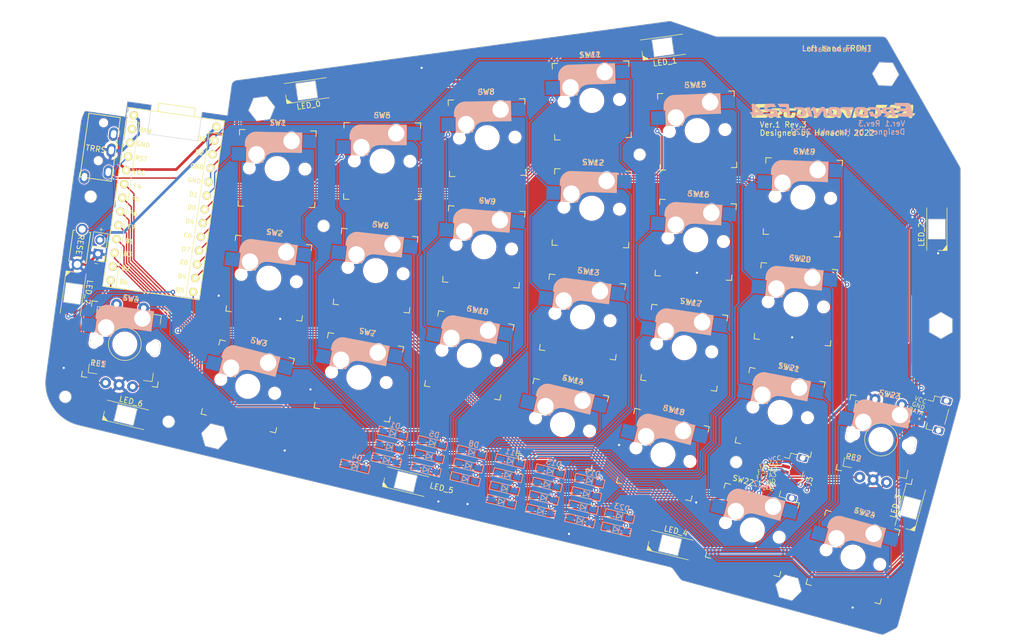
<source format=kicad_pcb>
(kicad_pcb (version 20211014) (generator pcbnew)
  (layers (0 "F.Cu" signal) (31 "B.Cu" signal) (34 "B.Paste" user) (35 "F.Paste" user) (36 "B.SilkS" user "B.Silkscreen") (37 "F.SilkS" user "F.Silkscreen") (38 "B.Mask" user) (39 "F.Mask" user) (44 "Edge.Cuts" user))
  (net 0 "")
  (net 1 "R1")
  (net 2 "Net-(D1-Pad2)")
  (net 3 "R2")
  (net 4 "Net-(D2-Pad2)")
  (net 5 "R3")
  (net 6 "Net-(D3-Pad2)")
  (net 7 "R4")
  (net 8 "D4")
  (net 9 "Net-(D5-Pad2)")
  (net 10 "Net-(D6-Pad2)")
  (net 11 "Net-(D7-Pad2)")
  (net 12 "Net-(D8-Pad2)")
  (net 13 "Net-(D9-Pad2)")
  (net 14 "Net-(D10-Pad2)")
  (net 15 "Net-(D11-Pad2)")
  (net 16 "Net-(D12-Pad2)")
  (net 17 "Net-(D13-Pad2)")
  (net 18 "Net-(D14-Pad2)")
  (net 19 "Net-(D15-Pad2)")
  (net 20 "Net-(D16-Pad2)")
  (net 21 "Net-(D17-Pad2)")
  (net 22 "Net-(D18-Pad2)")
  (net 23 "Net-(D19-Pad2)")
  (net 24 "Net-(D20-Pad2)")
  (net 25 "Net-(D21-Pad2)")
  (net 26 "Net-(D22-Pad2)")
  (net 27 "Net-(D23-Pad2)")
  (net 28 "Net-(D24-Pad2)")
  (net 29 "VCC")
  (net 30 "GND")
  (net 31 "DATA")
  (net 32 "ENC_A")
  (net 33 "ENC_B")
  (net 34 "ENC_PUSH")
  (net 35 "Net-(LED_0-Pad2)")
  (net 36 "LED")
  (net 37 "Net-(LED_1-Pad2)")
  (net 38 "Net-(LED_2-Pad2)")
  (net 39 "Net-(LED_3-Pad2)")
  (net 40 "Net-(LED_4-Pad2)")
  (net 41 "Net-(LED_5-Pad2)")
  (net 42 "Net-(LED_6-Pad2)")
  (net 43 "LED_EXT")
  (net 44 "RE1A")
  (net 45 "RE1B")
  (net 46 "C1")
  (net 47 "C7")
  (net 48 "C2")
  (net 49 "C3")
  (net 50 "C4")
  (net 51 "C5")
  (net 52 "C6")
  (net 53 "RESET")
  (net 55 "BAT")
  (footprint "willow:ProMicro" (layer "F.Cu") (at -147.456 33.613 -8)
    (fp_text reference "U1" hide)
    (fp_text value "ProMicro" hide)
  )
  (footprint "kbd:YS-SK6812MINI-E" (layer "F.Cu") (at -164.131 51.165 -98)
    (fp_text reference "LED_7")
    (fp_text value "YS-SK6812MINI-E")
    (fp_line (start -1.8 -1.55) (end -1.8 1.55) (layer "Edge.Cuts") (width 0.12))
    (fp_line (start 1.8 -1.55) (end -1.8 -1.55) (layer "Edge.Cuts") (width 0.12))
    (fp_line (start 1.8 1.55) (end 1.8 -1.55) (layer "Edge.Cuts") (width 0.12))
    (fp_line (start -1.8 1.55) (end 1.8 1.55) (layer "Edge.Cuts") (width 0.12))
  )
  (footprint "kbd:CherryMX_Hotswap" (layer "F.Cu") (at -50.387 41.351 -3.62)
    (fp_text reference "SW16" hide)
    (fp_text value "SW_PUSH" hide)
  )
  (footprint "kbd:CherryMX_Hotswap" (layer "F.Cu") (at -107.68 26.959 -0.29)
    (fp_text reference "SW5" hide)
    (fp_text value "SW_PUSH" hide)
  )
  (footprint "kbd:CherryMX_Hotswap" (layer "F.Cu") (at -89.099 42.625 -4.58)
    (fp_text reference "SW9" hide)
    (fp_text value "SW_PUSH" hide)
  )
  (footprint "kbd:YS-SK6812MINI-E" (layer "F.Cu") (at -56.373 6.108 8)
    (fp_text reference "LED_1")
    (fp_text value "YS-SK6812MINI-E")
    (fp_line (start 1.8 1.55) (end 1.8 -1.55) (layer "Edge.Cuts") (width 0.12))
    (fp_line (start -1.8 -1.55) (end -1.8 1.55) (layer "Edge.Cuts") (width 0.12))
    (fp_line (start -1.8 1.55) (end 1.8 1.55) (layer "Edge.Cuts") (width 0.12))
    (fp_line (start 1.8 -1.55) (end -1.8 -1.55) (layer "Edge.Cuts") (width 0.12))
  )
  (footprint "kbd:YS-SK6812MINI-E" (layer "F.Cu") (at -11.189 90.339 74.88)
    (fp_text reference "LED_3")
    (fp_text value "YS-SK6812MINI-E")
    (fp_line (start -1.8 -1.55) (end -1.8 1.55) (layer "Edge.Cuts") (width 0.12))
    (fp_line (start 1.8 -1.55) (end -1.8 -1.55) (layer "Edge.Cuts") (width 0.12))
    (fp_line (start -1.8 1.55) (end 1.8 1.55) (layer "Edge.Cuts") (width 0.12))
    (fp_line (start 1.8 1.55) (end 1.8 -1.55) (layer "Edge.Cuts") (width 0.12))
  )
  (footprint "kbd:CherryMX_Hotswap" (layer "F.Cu") (at -71.065 55.46 -7.62)
    (fp_text reference "SW13" hide)
    (fp_text value "SW_PUSH" hide)
  )
  (footprint "kbd:CherryMX_Hotswap" (layer "F.Cu") (at -74.723 75.12 -13.47)
    (fp_text reference "SW14" hide)
    (fp_text value "SW_PUSH" hide)
  )
  (footprint "kbd:YS-SK6812MINI-E" (layer "F.Cu") (at -103.38 85.575 -13.5)
    (fp_text reference "LED_5")
    (fp_text value "YS-SK6812MINI-E")
    (fp_line (start -1.8 -1.55) (end -1.8 1.55) (layer "Edge.Cuts") (width 0.12))
    (fp_line (start -1.8 1.55) (end 1.8 1.55) (layer "Edge.Cuts") (width 0.12))
    (fp_line (start 1.8 -1.55) (end -1.8 -1.55) (layer "Edge.Cuts") (width 0.12))
    (fp_line (start 1.8 1.55) (end 1.8 -1.55) (layer "Edge.Cuts") (width 0.12))
  )
  (footprint "kbd:CherryMX_Hotswap" (layer "F.Cu") (at -30.814 33.577 -2.02)
    (fp_text reference "SW19" hide)
    (fp_text value "SW_PUSH" hide)
  )
  (footprint "kbd:YS-SK6812MINI-E" (layer "F.Cu") (at -6.322 39.397 90)
    (fp_text reference "LED_2")
    (fp_text value "YS-SK6812MINI-E")
    (fp_line (start 1.8 -1.55) (end -1.8 -1.55) (layer "Edge.Cuts") (width 0.12))
    (fp_line (start 1.8 1.55) (end 1.8 -1.55) (layer "Edge.Cuts") (width 0.12))
    (fp_line (start -1.8 1.55) (end 1.8 1.55) (layer "Edge.Cuts") (width 0.12))
    (fp_line (start -1.8 -1.55) (end -1.8 1.55) (layer "Edge.Cuts") (width 0.12))
  )
  (footprint "kbd:CherryMX_Hotswap" (layer "F.Cu") (at -88.483 22.671 1.06)
    (fp_text reference "SW8" hide)
    (fp_text value "SW_PUSH" hide)
  )
  (footprint "kbd:MJ-4PP-9_1side" (layer "F.Cu") (at -158.363 18.464 -8)
    (fp_text reference "TRRS1")
    (fp_text value "MJ-4PP-9" hide)
  )
  (footprint "kbd:CherryMX_Hotswap" (layer "F.Cu") (at -128.387 48.354 -7.57)
    (fp_text reference "SW2" hide)
    (fp_text value "SW_PUSH" hide)
  )
  (footprint "kbd:CherryMX_Hotswap" (layer "F.Cu") (at -111.929 66.492999 -10.85)
    (fp_text reference "SW7" hide)
    (fp_text value "SW_PUSH" hide)
  )
  (footprint "kbd:CherryMX_Hotswap" (layer "F.Cu") (at -132.235 68.138 -14.39)
    (fp_text reference "SW3" hide)
    (fp_text value "SW_PUSH" hide)
  )
  (footprint "willow:RotaryEncoder_Alps_EC11E-Switch_Vertical_H20mm_rev2" (layer "F.Cu") (at -154.699 60.41 82)
    (fp_text reference "RE1")
    (fp_text value "RotaryEncoder_Switch")
  )
  (footprint "kbd:CherryMX_Hotswap" (layer "F.Cu") (at -126.864 28.321 -1.12)
    (fp_text reference "SW1" hide)
    (fp_text value "SW_PUSH" hide)
  )
  (footprint "willow:f24logo_f_silk" (layer "F.Cu") (at -25.274309 18.05659)
    (fp_text reference "G***" hide)
    (fp_text value "LOGO" hide)
  )
  (footprint "kbd:CherryMX_Hotswap" (layer "F.Cu") (at -108.881 46.979 -6.55)
    (fp_text reference "SW6" hide)
    (fp_text value "SW_PUSH" hide)
  )
  (footprint "kbd:CherryMX_Hotswap" (layer "F.Cu") (at -154.699 60.41 -8)
    (fp_text reference "SW4" hide)
    (fp_text value "SW_PUSH" hide)
  )
  (footprint "kbd:CherryMX_Hotswap" (layer "F.Cu") (at -32.088 53.145 -5.43)
    (fp_text reference "SW20" hide)
    (fp_text value "SW_PUSH" hide)
  )
  (footprint "kbd:CherryMX_Hotswap" (layer "F.Cu") (at -50.117 21.376 2.05)
    (fp_text reference "SW15" hide)
    (fp_text value "SW_PUSH" hide)
  )
  (footprint "kbd:CherryMX_Hotswap" (layer "F.Cu") (at -91.759 62.481 -10.66)
    (fp_text reference "SW10" hide)
    (fp_text value "SW_PUSH" hide)
  )
  (footprint "kbd:CherryMX_Hotswap" (layer "F.Cu") (at -69.388 35.574 -2.02)
    (fp_text reference "SW12" hide)
    (fp_text value "SW_PUSH" hide)
  )
  (footprint "e3w2q:JST_SH_BM03B-SRSS-TB_1x06-1MP_P1.00mm_Vertical" (layer "F.Cu") (at -33 84.604 -105.12)
    (fp_text reference "J3")
    (fp_text value "Conn_01x06")
  )
  (footprint "kbd:CherryMX_Hotswap" (layer "F.Cu") (at -16.523 77.875 -11.13)
    (fp_text reference "SW23" hide)
    (fp_text value "SW_PUSH" hide)
  )
  (footprint "kbd:CherryMX_Hotswap" (layer "F.Cu") (at -56.373 80.64 -14)
    (fp_text reference "SW18" hide)
    (fp_text value "SW_PUSH" hide)
  )
  (footprint "willow:PinHeader_1x02_P2.54mm_Vertical" (layer "F.Cu") (at -159.6 43.9 172)
    (fp_text reference "BAT1" hide)
    (fp_text value "Conn_01x02")
  )
  (footprint "kbd:CherryMX_Hotswap" (layer "F.Cu") (at -21.651 99.366 -15.11)
    (fp_text reference "SW24" hide)
    (fp_text value "SW_PUSH" hide)
  )
  (footprint "kbd:YS-SK6812MINI-E" (layer "F.Cu") (at -154.563 73.368 -13.5)
    (fp_text reference "LED_6")
    (fp_text value "YS-SK6812MINI-E")
    (fp_line (start 1.8 -1.55) (end -1.8 -1.55) (layer "Edge.Cuts") (width 0.12))
    (fp_line (start -1.8 -1.55) (end -1.8 1.55) (layer "Edge.Cuts") (width 0.12))
    (fp_line (start -1.8 1.55) (end 1.8 1.55) (layer "Edge.Cuts") (width 0.12))
    (fp_line (start 1.8 1.55) (end 1.8 -1.55) (layer "Edge.Cuts") (width 0.12))
  )
  (footprint "kbd:CherryMX_Hotswap" (layer "F.Cu") (at -69.381 15.87 1.98)
    (fp_text reference "SW11" hide)
    (fp_text value "SW_PUSH" hide)
  )
  (footprint "kbd:YS-SK6812MINI-E" (layer "F.Cu") (at -55.075 97.177 -13.5)
    (fp_text reference "LED_4")
    (fp_text value "YS-SK6812MINI-E")
    (fp_line (start -1.8 -1.55) (end -1.8 1.55) (layer "Edge.Cuts") (width 0.12))
    (fp_line (start 1.8 1.55) (end 1.8 -1.55) (layer "Edge.Cuts") (width 0.12))
    (fp_line (start -1.8 1.55) (end 1.8 1.55) (layer "Edge.Cuts") (width 0.12))
    (fp_line (start 1.8 -1.55) (end -1.8 -1.55) (layer "Edge.Cuts") (width 0.12))
  )
  (footprint "e3w2q:JST_SH_BM03B-SRSS-TB_1x04-1MP_P1.00mm_Vertical" (layer "F.Cu") (at -6.452 73.183 -105.12)
    (fp_text reference "J1")
    (fp_text value "Conn_01x04")
  )
  (footprint "kbd:YS-SK6812MINI-E" (layer "F.Cu") (at -121.466 14.07 8)
    (fp_text reference "LED_0")
    (fp_text value "YS-SK6812MINI-E")
    (fp_line (start 1.8 -1.55) (end -1.8 -1.55) (layer "Edge.Cuts") (width 0.12))
    (fp_line (start -1.8 1.55) (end 1.8 1.55) (layer "Edge.Cuts") (width 0.12))
    (fp_line (start 1.8 1.55) (end 1.8 -1.55) (layer "Edge.Cuts") (width 0.12))
    (fp_line (start -1.8 -1.55) (end -1.8 1.55) (layer "Edge.Cuts") (width 0.12))
  )
  (footprint "kbd:CherryMX_Hotswap" (layer "F.Cu") (at -34.956 72.904 -11.08)
    (fp_text reference "SW21" hide)
    (fp_text value "SW_PUSH" hide)
  )
  (footprint "kbd:ResetSW_1side" (layer "F.Cu") (at -162.938 42.627 82)
    (fp_text reference "SW_RESET1" hide)
    (fp_text value "SW_PUSH")
  )
  (footprint "willow:RotaryEncoder_Alps_EC11E-Switch_Vertical_H20mm_rev2" (layer "F.Cu") (at -16.523 77.875 78.87)
    (fp_text reference "RE2")
    (fp_text value "RotaryEncoder_Switch")
  )
  (footprint "kbd:CherryMX_Hotswap" (layer "F.Cu") (at -40.041 94.399 -15.12)
    (fp_text reference "SW22" hide)
    (fp_text value "SW_PUSH" hide)
  )
  (footprint "kbd:CherryMX_Hotswap" (layer "F.Cu") (at -52.482 61.083 -8.51)
    (fp_text reference "SW17" hide)
    (fp_text value "SW_PUSH" hide)
  )
  (footprint "kbd:D3_SMD_v2" (layer "B.Cu") (at -85.904 89.248 166.5)
    (fp_text reference "D14" hide)
    (fp_text value "1N4148W" hide)
  )
  (footprint "kbd:D3_SMD_v2" (layer "B.Cu") (at -64.915 94.299 166.5)
    (fp_text reference "D24" hide)
    (fp_text value "1N4148W" hide)
  )
  (footprint "kbd:D3_SMD_v2" (layer "B.Cu") (at -98.509 78.508 166.5)
    (fp_text reference "D5" hide)
    (fp_text value "1N4148W" hide)
  )
  (footprint "kbd:D3_SMD_v2" (layer "B.Cu") (at -112.659 82.776 166.5)
    (fp_text reference "D4" hide)
    (fp_text value "1N4148W" hide)
  )
  (footprint "willow:f24logo_f_silk" (layer "B.Cu") (at -25.525691 17.85659 180)
    (fp_text reference "G***" hide)
    (fp_text value "LOGO" hide)
  )
  (footprint "kbd:D3_SMD_v2" (layer "B.Cu") (at -92.498 85.094 166.5)
    (fp_text reference "D10" hide)
    (fp_text value "1N4148W" hide)
  )
  (footprint "kbd:D3_SMD_v2" (layer "B.Cu") (at -64.331999 91.868 166.5)
    (fp_text reference "D23" hide)
    (fp_text value "1N4148W" hide)
  )
  (footprint "kbd:D3_SMD_v2" (layer "B.Cu") (at -78.726 90.971 166.5)
    (fp_text reference "D18" hide)
    (fp_text value "1N4148W" hide)
  )
  (footprint "kbd:D3_SMD_v2" (layer "B.Cu") (at -85.32 86.817 166.5)
    (fp_text reference "D13" hide)
    (fp_text value "1N4148W" hide)
  )
  (footprint "kbd:D3_SMD_v2" (layer "B.Cu") (at -105.744 76.772 166.5)
    (fp_text reference "D1" hide)
    (fp_text value "1N4148W" hide)
  )
  (footprint "kbd:D3_SMD_v2" (layer "B.Cu") (at -70.38 87.833 166.5)
    (fp_text reference "D20" hide)
    (fp_text value "1N4148W" hide)
  )
  (footprint "kbd:D3_SMD_v2" (layer "B.Cu") (at -91.331 80.232 166.5)
    (fp_text reference "D8" hide)
    (fp_text value "1N4148W" hide)
  )
  (footprint "kbd:D3_SMD_v2" (layer "B.Cu") (at -78.142 88.54 166.5)
    (fp_text reference "D17" hide)
    (fp_text value "1N4148W" hide)
  )
  (footprint "kbd:D3_SMD_v2" (layer "B.Cu") (at -106.328 79.203 166.5)
    (fp_text reference "D2" hide)
    (fp_text value "1N4148W" hide)
  )
  (footprint "kbd:D3_SMD_v2" (layer "B.Cu") (at -71.547 92.695 166.5)
    (fp_text reference "D22" hide)
    (fp_text value "1N4148W" hide)
  )
  (footprint "kbd:D3_SMD_v2" (layer "B.Cu") (at -77.558 86.109 166.5)
    (fp_text reference "D16" hide)
    (fp_text value "1N4148W" hide)
  )
  (footprint "kbd:D3_SMD_v2" (layer "B.Cu") (at -70.964 90.264 166.5)
    (fp_text reference "D21" hide)
    (fp_text value "1N4148W" hide)
  )
  (footprint "kbd:D3_SMD_v2" (layer "B.Cu") (at -106.911 81.634 166.5)
    (fp_text reference "D3" hide)
    (fp_text value "1N4148W" hide)
  )
  (footprint "kbd:D3_SMD_v2" (layer "B.Cu") (at -91.915 82.663 166.5)
    (fp_text reference "D9" hide)
    (fp_text value "1N4148W" hide)
  )
  (footprint "kbd:D3_SMD_v2" (layer "B.Cu") (at -84.273 81.83 166.5)
    (fp_text reference "D11" hide)
    (fp_text value "1N4148W" hide)
  )
  (footprint "kbd:D3_SMD_v2" (layer "B.Cu") (at -84.737 84.386 166.5)
    (fp_text reference "D12" hide)
    (fp_text value "1N4148W" hide)
  )
  (footprint "kbd:D3_SMD_v2" (layer "B.Cu") (at -69.797 85.402 166.5)
    (fp_text reference "D19" hide)
    (fp_text value "1N4148W" hide)
  )
  (footprint "kbd:D3_SMD_v2" (layer "B.Cu") (at -76.975 83.678 166.5)
    (fp_text reference "D15" hide)
    (fp_text value "1N4148W" hide)
  )
  (footprint "kbd:D3_SMD_v2" (layer "B.Cu") (at -99.093 80.939 166.5)
    (fp_text reference "D6" hide)
    (fp_text value "1N4148W" hide)
  )
  (footprint "kbd:D3_SMD_v2" (layer "B.Cu") (at -99.677 83.37 166.5)
    (fp_text reference "D7" hide)
    (fp_text value "1N4148W" hide)
  )
  (gr_line (start -140.686283 76.717994) (end -140.006147 79.045526) (layer "Edge.Cuts") (width 0.09))
  (gr_line (start -128.194028 19.285436) (end -127.280209 17.039345) (layer "Edge.Cuts") (width 0.09))
  (gr_line (start -14.39902 8.985591) (end -16.822412 8.90097) (layer "Edge.Cuts") (width 0.09))
  (gr_curve (pts (xy -15.872395 113.435109) (xy -15.872395 113.435109) (xy -13.956405 112.478987) (xy -13.956405 112.478987)) (layer "Edge.Cuts") (width 0.09))
  (gr_line (start -7.686731 58.230867) (end -5.58673 59.443296) (layer "Edge.Cuts") (width 0.09))
  (gr_line (start -128.768471 15.124909) (end -131.170553 15.456564) (layer "Edge.Cuts") (width 0.09))
  (gr_curve (pts (xy -162.728073 19.980628) (xy -162.728073 19.980628) (xy -169.130094 66.411622) (xy -169.130094 66.411622)) (layer "Edge.Cuts") (width 0.09))
  (gr_line (start -34.037906 102.628921) (end -35.755986 104.340117) (layer "Edge.Cuts") (width 0.09))
  (gr_curve (pts (xy -135.175061 13.040311) (xy -135.175061 13.040311) (xy -135.959401 18.621215) (xy -135.959401 18.621215)) (layer "Edge.Cuts") (width 0.09))
  (gr_line (start -3.486735 58.230857) (end -3.486741 55.805987) (layer "Edge.Cuts") (width 0.09))
  (gr_curve (pts (xy -55.285321 1.369124) (xy -55.285321 1.369124) (xy -134.320419 12.188726) (xy -134.320419 12.188726)) (layer "Edge.Cuts") (width 0.09))
  (gr_circle (center -146.689713 74.603961) (end -145.589713 74.603961) (layer "Edge.Cuts") (width 0.09) (fill none))
  (gr_curve (pts (xy -53.265009 103.315894) (xy -53.131016 103.50025) (xy -52.938091 103.633295) (xy -52.718143 103.693003)) (layer "Edge.Cuts") (width 0.09))
  (gr_curve (pts (xy -134.320419 12.188726) (xy -134.763738 12.249425) (xy -135.112791 12.597228) (xy -135.175061 13.040311)) (layer "Edge.Cuts") (width 0.09))
  (gr_line (start -131.170553 15.456564) (end -132.084372 17.702655) (layer "Edge.Cuts") (width 0.09))
  (gr_line (start -3.486741 55.805987) (end -5.586742 54.593558) (layer "Edge.Cuts") (width 0.09))
  (gr_curve (pts (xy -52.718143 103.693003) (xy -52.718143 103.693003) (xy -16.580965 113.50541) (xy -16.580965 113.50541)) (layer "Edge.Cuts") (width 0.09))
  (gr_line (start -13.260608 11.126621) (end -14.39902 8.985591) (layer "Edge.Cuts") (width 0.09))
  (gr_circle (center -165.568884 70.054061) (end -164.468884 70.054061) (layer "Edge.Cuts") (width 0.09) (fill none))
  (gr_curve (pts (xy -46.474144 4.182927) (xy -46.583095 4.182927) (xy -46.691336 4.16512) (xy -46.794538 4.130196)) (layer "Edge.Cuts") (width 0.09))
  (gr_curve (pts (xy -140.577487 17.97218) (xy -140.577487 17.97218) (xy -141.322338 23.272094) (xy -141.322338 23.272094)) (layer "Edge.Cuts") (width 0.09))
  (gr_curve (pts (xy -13.956405 112.478987) (xy -13.702243 112.352143) (xy -13.514011 112.123195) (xy -13.438693 111.84931)) (layer "Edge.Cuts") (width 0.09))
  (gr_line (start -31.074028 105.604723) (end -31.696927 103.261224) (layer "Edge.Cuts") (width 0.09))
  (gr_curve (pts (xy -54.829276 1.412597) (xy -54.975886 1.363009) (xy -55.131992 1.34813) (xy -55.285321 1.369124)) (layer "Edge.Cuts") (width 0.09))
  (gr_curve (pts (xy -13.438693 111.84931) (xy -13.438693 111.84931) (xy -2.035772 70.375183) (xy -2.035772 70.375183)) (layer "Edge.Cuts") (width 0.09))
  (gr_curve (pts (xy -46.794538 4.130196) (xy -46.794538 4.130196) (xy -54.829276 1.412597) (xy -54.829276 1.412597)) (layer "Edge.Cuts") (width 0.09))
  (gr_curve (pts (xy -150.548326 21.975467) (xy -150.548326 21.975467) (xy -149.803475 16.675554) (xy -149.803475 16.675554)) (layer "Edge.Cuts") (width 0.09))
  (gr_curve (pts (xy -154.210957 16.056126) (xy -154.210957 16.056126) (xy -154.600598 18.828502) (xy -154.600598 18.828502)) (layer "Edge.Cuts") (width 0.09))
  (gr_line (start -130.596109 19.617091) (end -128.194028 19.285436) (layer "Edge.Cuts") (width 0.09))
  (gr_circle (center -118.380307 38.811769) (end -117.280307 38.811769) (layer "Edge.Cuts") (width 0.09) (fill none))
  (gr_line (start -35.755986 104.340117) (end -35.133087 106.683616) (layer "Edge.Cuts") (width 0.09))
  (gr_curve (pts (xy -54.518744 101.591) (xy -54.518744 101.591) (xy -53.265009 103.315894) (xy -53.265009 103.315894)) (layer "Edge.Cuts") (width 0.09))
  (gr_curve (pts (xy -169.130094 66.411622) (xy -169.691925 70.486352) (xy -167.072253 74.323069) (xy -163.072626 75.283303)) (layer "Edge.Cuts") (width 0.09))
  (gr_line (start -137.650377 79.620276) (end -135.974743 77.867495) (layer "Edge.Cuts") (width 0.09))
  (gr_curve (pts (xy -2.035772 70.375183) (xy -2.012022 70.288819) (xy -1.999986 70.199656) (xy -1.999986 70.110083)) (layer "Edge.Cuts") (width 0.09))
  (gr_curve (pts (xy -161.974071 17.792217) (xy -162.356929 18.450962) (xy -162.619036 19.189892) (xy -162.728073 19.980628)) (layer "Edge.Cuts") (width 0.09))
  (gr_curve (pts (xy -154.600598 18.828502) (xy -154.600598 18.828502) (xy -161.974071 17.792217) (xy -161.974071 17.792217)) (layer "Edge.Cuts") (width 0.09))
  (gr_line (start -139.01065 74.965213) (end -140.686283 76.717994) (layer "Edge.Cuts") (width 0.09))
  (gr_line (start -136.65488 75.539963) (end -139.01065 74.965213) (layer "Edge.Cuts") (width 0.09))
  (gr_curve (pts (xy -16.580965 113.50541) (xy -16.344136 113.569704) (xy -16.091955 113.544684) (xy -15.872395 113.435109)) (layer "Edge.Cuts") (width 0.09))
  (gr_curve (pts (xy -141.322338 23.272094) (xy -141.322338 23.272094) (xy -150.548326 21.975467) (xy -150.548326 21.975467)) (layer "Edge.Cuts") (width 0.09))
  (gr_curve (pts (xy -135.959401 18.621215) (xy -135.959401 18.621215) (xy -140.577487 17.97218) (xy -140.577487 17.97218)) (layer "Edge.Cuts") (width 0.09))
  (gr_line (start -14.545588 13.18303) (end -13.260608 11.126621) (layer "Edge.Cuts") (width 0.09))
  (gr_line (start -135.974743 77.867495) (end -136.65488 75.539963) (layer "Edge.Cuts") (width 0.09))
  (gr_circle (center -43 82) (end -41.9 82) (layer "Edge.Cuts") (width 0.09) (fill none))
  (gr_line (start -18.107392 10.957379) (end -16.96898 13.098409) (layer "Edge.Cuts") (width 0.09))
  (gr_line (start -31.696927 103.261224) (end -34.037906 102.628921) (layer "Edge.Cuts") (width 0.09))
  (gr_circle (center -60.625543 25.768284) (end -59.525543 25.768284) (layer "Edge.Cuts") (width 0.09) (fill none))
  (gr_curve (pts (xy -149.803475 16.675554) (xy -149.803475 16.675554) (xy -154.210957 16.056126) (xy -154.210957 16.056126)) (layer "Edge.Cuts") (width 0.09))
  (gr_line (start -132.084372 17.702655) (end -130.596109 19.617091) (layer "Edge.Cuts") (width 0.09))
  (gr_line (start -35.133087 106.683616) (end -32.792108 107.315919) (layer "Edge.Cuts") (width 0.09))
  (gr_line (start -5.586742 54.593558) (end -7.686737 55.805997) (layer "Edge.Cuts") (width 0.09))
  (gr_curve (pts (xy -15.40834 4.687397) (xy -15.586301 4.375465) (xy -15.917827 4.182927) (xy -16.276935 4.182927)) (layer "Edge.Cuts") (width 0.09))
  (gr_line (start -16.822412 8.90097) (end -18.107392 10.957379) (layer "Edge.Cuts") (width 0.09))
  (gr_curve (pts (xy -16.276935 4.182927) (xy -16.276935 4.182927) (xy -46.474144 4.182927) (xy -46.474144 4.182927)) (layer "Edge.Cuts") (width 0.09))
  (gr_line (start -5.58673 59.443296) (end -3.486735 58.230857) (layer "Edge.Cuts") (width 0.09))
  (gr_curve (pts (xy -2.131394 27.959878) (xy -2.131394 27.959878) (xy -15.40834 4.687397) (xy -15.40834 4.687397)) (layer "Edge.Cuts") (width 0.09))
  (gr_line (start -127.280209 17.039345) (end -128.768471 15.124909) (layer "Edge.Cuts") (width 0.09))
  (gr_curve (pts (xy -163.072626 75.283303) (xy -163.072626 75.283303) (xy -55.094204 101.206592) (xy -55.094204 101.206592)) (layer "Edge.Cuts") (width 0.09))
  (gr_curve (pts (xy -1.999986 70.110083) (xy -1.999986 70.110083) (xy -1.999986 28.455412) (xy -1.999986 28.455412)) (layer "Edge.Cuts") (width 0.09))
  (gr_curve (pts (xy -1.999986 28.455412) (xy -1.999986 28.281629) (xy -2.045289 28.110838) (xy -2.131394 27.959878)) (layer "Edge.Cuts") (width 0.09))
  (gr_line (start -32.792108 107.315919) (end -31.074028 105.604723) (layer "Edge.Cuts") (width 0.09))
  (gr_line (start -140.006147 79.045526) (end -137.650377 79.620276) (layer "Edge.Cuts") (width 0.09))
  (gr_line (start -7.686737 55.805997) (end -7.686731 58.230867) (layer "Edge.Cuts") (width 0.09))
  (gr_circle (center -160.935186 33.451413) (end -159.835186 33.451413) (layer "Edge.Cuts") (width 0.09) (fill none))
  (gr_line (start -16.96898 13.098409) (end -14.545588 13.18303) (layer "Edge.Cuts") (width 0.09))
  (gr_curve (pts (xy -55.094204 101.206592) (xy -54.862758 101.262144) (xy -54.658701 101.398462) (xy -54.518744 101.591)) (layer "Edge.Cuts") (width 0.09))
  (gr_text "D11" (at -83.82 80.264 -13.5) (layer "B.SilkS") (effects (font (size 1 1)) (justify mirror)))
  (gr_text "D19" (at -69.215 83.947 -13.5) (layer "B.SilkS") (effects (font (size 1 1)) (justify mirror)))
  (gr_text "Ver.1 Rev.3" (at -16.4 20.1) (layer "B.SilkS") (effects (font (size 1 1)) (justify mirror)))
  (gr_text "D8" (at -90.932 78.74 -13.5) (layer "B.SilkS") (effects (font (size 1 1)) (justify mirror)))
  (gr_text "D1" (at -105.283 75.311 -13.5) (layer "B.SilkS") (effects (font (size 1 1)) (justify mirror)))
  (gr_text "Designed by Hanachi, 2022" (at -22.6 21.6) (layer "B.SilkS") (effects (font (size 1 1)) (justify mirror)))
  (gr_text "D5" (at -98.171 76.962 -13.5) (layer "B.SilkS") (effects (font (size 1 1)) (justify mirror)))
  (gr_text "D15" (at -76.327 82.169 -13.5) (layer "B.SilkS") (effects (font (size 1 1)) (justify mirror)))
  (gr_text "D4" (at -112.268 81.153 -13.5) (layer "B.SilkS") (effects (font (size 1 1)) (justify mirror)))
  (gr_text "D23" (at -63.881 90.297 -13.5) (layer "B.SilkS") (effects (font (size 1 1)) (justify mirror)))
  (gr_text "Left hand Back" (at -24.003 6.477) (layer "B.SilkS") (effects (font (size 1 1)) (justify mirror)))
  (gr_text "VCC" (at -9.3 70.65 -20) (layer "F.SilkS") (effects (font (size 0.8 0.8) (thickness 0.1))))
  (gr_text "DATA" (at -10.15 72.7 -20) (layer "F.SilkS") (effects (font (size 0.8 0.8) (thickness 0.1))))
  (gr_text "F4/A3" (at -37.45 84.55 10) (layer "F.SilkS") (effects (font (size 0.8 0.8) (thickness 0.1))))
  (gr_text "-" (at -159.9 45.65 -8) (layer "F.SilkS") (effects (font (size 0.8 0.8) (thickness 0.1))))
  (gr_text "F5/A2" (at -37.25 83.55 10) (layer "F.SilkS") (effects (font (size 0.8 0.8) (thickness 0.1))))
  (gr_text "F6/A1" (at -36.95 82.55 10) (layer "F.SilkS") (effects (font (size 0.8 0.8) (thickness 0.1))))
  (gr_text "Left hand FRONT" (at -24.638 6.35) (layer "F.SilkS") (effects (font (size 1 1))))
  (gr_text "GND\n" (at -36.95 85.6 10) (layer "F.SilkS") (effects (font (size 0.8 0.8) (thickness 0.1))))
  (gr_text "GND\n" (at -9.7 71.7 -20) (layer "F.SilkS") (effects (font (size 0.8 0.8) (thickness 0.1))))
  (gr_text "x" (at -9.5 74 -20) (layer "F.SilkS") (effects (font (size 0.6 0.6) (thickness 0.1))))
  (gr_text "Ver.1 Rev.3" (at -34.4 20.3) (layer "F.SilkS") (effects (font (size 1 1))))
  (gr_text "+" (at -159 39.4 -8) (layer "F.SilkS") (effects (font (size 0.8 0.8) (thickness 0.1))))
  (gr_text "LED" (at -37.2 86.6 10) (layer "F.SilkS") (effects (font (size 0.8 0.8) (thickness 0.1))))
  (gr_text "Designed by Hanachi, 2022" (at -28.2 21.8) (layer "F.SilkS") (effects (font (size 1 1))))
  (gr_text "J3" (at -29.6 85.5 80) (layer "F.SilkS") (effects (font (size 1 1))))
  (gr_text "VCC" (at -35.9 81.4 10) (layer "F.SilkS") (effects (font (size 0.8 0.8) (thickness 0.1))))
  (segment (start -74.93 83.058) (end -76.708 81.28) (width 0.25) (layer "F.Cu") (net 1))
  (segment (start -89.281 79.756) (end -83.844 79.756) (width 0.25) (layer "F.Cu") (net 1))
  (segment (start -98.398 76.1) (end -103.759 76.1) (width 0.25) (layer "F.Cu") (net 1))
  (segment (start -76.708 81.28) (end -82.28 81.28) (width 0.25) (layer "F.Cu") (net 1))
  (segment (start -69.723 83.058) (end -67.945 84.836) (width 0.25) (layer "F.Cu") (net 1))
  (segment (start -96.52 77.978) (end -98.398 76.1) (width 0.25) (layer "F.Cu") (net 1))
  (segment (start -82.28 81.28) (end -82.3 81.3) (width 0.25) (layer "F.Cu") (net 1))
  (segment (start -155.858657 38.695034) (end -154.383533 40.170158) (width 0.25) (layer "F.Cu") (net 1))
  (segment (start -83.844 79.756) (end -82.3 81.3) (width 0.25) (layer "F.Cu") (net 1))
  (segment (start -140.794533 59.232579) (end -140.794534 67.252225) (width 0.25) (layer "F.Cu") (net 1))
  (segment (start -125.581066 71.218934) (end -120.7 76.1) (width 0.25) (layer "F.Cu") (net 1))
  (segment (start -136.827825 71.218934) (end -125.581066 71.218934) (width 0.25) (layer "F.Cu") (net 1))
  (segment (start -91.059 77.978) (end -89.281 79.756) (width 0.25) (layer "F.Cu") (net 1))
  (segment (start -74.93 83.058) (end -69.723 83.058) (width 0.25) (layer "F.Cu") (net 1))
  (segment (start -154.383533 40.170158) (end -154.383533 45.643578) (width 0.25) (layer "F.Cu") (net 1))
  (segment (start -154.383533 45.643578) (end -140.794533 59.232579) (width 0.25) (layer "F.Cu") (net 1))
  (segment (start -120.7 76.1) (end -103.759 76.1) (width 0.25) (layer "F.Cu") (net 1))
  (segment (start -96.52 77.978) (end -91.059 77.978) (width 0.25) (layer "F.Cu") (net 1))
  (segment (start -140.794534 67.252225) (end -136.827825 71.218934) (width 0.25) (layer "F.Cu") (net 1))
  (via (at -67.945 84.836) (size 0.8) (drill 0.4) (layers "F.Cu" "B.Cu") (net 1))
  (via (at -82.3 81.3) (size 0.8) (drill 0.4) (layers "F.Cu" "B.Cu") (net 1))
  (via (at -89.281 79.756) (size 0.8) (drill 0.4) (layers "F.Cu" "B.Cu") (net 1))
  (via (at -74.93 83.058) (size 0.8) (drill 0.4) (layers "F.Cu" "B.Cu") (net 1))
  (via (at -96.52 77.978) (size 0.8) (drill 0.4) (layers "F.Cu" "B.Cu") (net 1))
  (via (at -103.759 76.1) (size 0.8) (drill 0.4) (layers "F.Cu" "B.Cu") (net 1))
  (segment (start -82.547043 82.244366) (end -82.547043 81.547043) (width 0.25) (layer "B.Cu") (net 1))
  (segment (start -82.547043 81.547043) (end -82.3 81.3) (width 0.25) (layer "B.Cu") (net 1))
  (segment (start -89.281 80.322323) (end -89.605043 80.646366) (width 0.25) (layer "B.Cu") (net 1))
  (segment (start -74.93 83.773323) (end -75.249043 84.092366) (width 0.25) (layer "B.Cu") (net 1))
  (segment (start -104.018043 77.186366) (end -104.018043 76.359043) (width 0.25) (layer "B.Cu") (net 1))
  (segment (start -104.018043 76.359043) (end -103.759 76.1) (width 0.25) (layer "B.Cu") (net 1))
  (segment (start -67.945 85.690323) (end -68.071043 85.816366) (width 0.25) (layer "B.Cu") (net 1))
  (segment (start -96.52 77.978) (end -96.52 78.659323) (width 0.25) (layer "B.Cu") (net 1))
  (segment (start -89.281 79.756) (end -89.281 80.322323) (width 0.25) (layer "B.Cu") (net 1))
  (segment (start -96.52 78.659323) (end -96.783043 78.922366) (width 0.25) (layer "B.Cu") (net 1))
  (segment (start -67.945 84.836) (end -67.945 85.690323) (width 0.25) (layer "B.Cu") (net 1))
  (segment (start -74.93 83.058) (end -74.93 83.773323) (width 0.25) (layer "B.Cu") (net 1))
  (segment (start -122.174 37.211) (end -122.174 40.767) (width 0.25) (layer "B.Cu") (net 2))
  (segment (start -119.761 43.18) (end -119.761 44.887422) (width 0.25) (layer "B.Cu") (net 2))
  (segment (start -120.327489 64.000603) (end -107.970458 76.357634) (width 0.25) (layer "B.Cu") (net 2))
  (segment (start -122.174 40.767) (end -119.761 43.18) (width 0.25) (layer "B.Cu") (net 2))
  (segment (start -120.92382 23.356161) (end -119.761 24.518981) (width 0.25) (layer "B.Cu") (net 2))
  (segment (start -119.761 34.798) (end -122.174 37.211) (width 0.25) (layer "B.Cu") (net 2))
  (segment (start -119.761 44.887422) (end -120.327489 45.453911) (width 0.25) (layer "B.Cu") (net 2))
  (segment (start -120.327489 45.453911) (end -120.327489 64.000603) (width 0.25) (layer "B.Cu") (net 2))
  (segment (start -119.761 24.518981) (end -119.761 34.798) (width 0.25) (layer "B.Cu") (net 2))
  (segment (start -107.970458 76.357634) (end -107.469957 76.357634) (width 0.25) (layer "B.Cu") (net 2))
  (segment (start -97.282 80.264) (end -91.821 80.264) (width 0.25) (layer "F.Cu") (net 3))
  (segment (start -141.244044 59.418772) (end -141.244045 67.438418) (width 0.25) (layer "F.Cu") (net 3))
  (segment (start -98.933 78.613) (end -97.282 80.264) (width 0.25) (layer "F.Cu") (net 3))
  (segment (start -141.244045 67.438418) (end -137.014018 71.668445) (width 0.25) (layer "F.Cu") (net 3))
  (segment (start -137.014018 71.668445) (end -126.017254 71.668448) (width 0.25) (layer "F.Cu") (net 3))
  (segment (start -89.916 82.169) (end -84.455 82.169) (width 0.25) (layer "F.Cu") (net 3))
  (segment (start -77.47 83.82) (end -75.819 85.471) (width 0.25) (layer "F.Cu") (net 3))
  (segment (start -75.819 85.471) (end -70.231 85.471) (width 0.25) (layer "F.Cu") (net 3))
  (segment (start -156.212156 41.210315) (end -154.833044 42.589427) (width 0.25) (layer "F.Cu") (net 3))
  (segment (start -84.455 82.169) (end -82.804 83.82) (width 0.25) (layer "F.Cu") (net 3))
  (segment (start -82.804 83.82) (end -77.47 83.82) (width 0.25) (layer "F.Cu") (net 3))
  (segment (start -154.833044 45.829771) (end -141.244044 59.418772) (width 0.25) (layer "F.Cu") (net 3))
  (segment (start -70.231 85.471) (end -68.58 87.122) (width 0.25) (layer "F.Cu") (net 3))
  (segment (start -119.072702 78.613) (end -104.394 78.613) (width 0.25) (layer "F.Cu") (net 3))
  (segment (start -104.394 78.613) (end -98.933 78.613) (width 0.25) (layer "F.Cu") (net 3))
  (segment (start -126.017254 71.668448) (end -119.072702 78.613) (width 0.25) (layer "F.Cu") (net 3))
  (segment (start -91.821 80.264) (end -89.916 82.169) (width 0.25) (layer "F.Cu") (net 3))
  (segment (start -154.833044 42.589427) (end -154.833044 45.829771) (width 0.25) (layer "F.Cu") (net 3))
  (via (at -75.819 85.471) (size 0.8) (drill 0.4) (layers "F.Cu" "B.Cu") (net 3))
  (via (at -89.916 82.169) (size 0.8) (drill 0.4) (layers "F.Cu" "B.Cu") (net 3))
  (via (at -68.58 87.122) (size 0.8) (drill 0.4) (layers "F.Cu" "B.Cu") (net 3))
  (via (at -97.282 80.264) (size 0.8) (drill 0.4) (layers "F.Cu" "B.Cu") (net 3))
  (via (at -104.394 78.613) (size 0.8) (drill 0.4) (layers "F.Cu" "B.Cu") (net 3))
  (via (at -82.804 83.82) (size 0.8) (drill 0.4) (layers "F.Cu" "B.Cu") (net 3))
  (segment (start -68.58 88.173323) (end -68.654043 88.247366) (width 0.25) (layer "B.Cu") (net 3))
  (segment (start -104.394 78.613) (end -104.394 79.409323) (width 0.25) (layer "B.Cu") (net 3))
  (segment (start -97.282 80.264) (end -97.282 81.268323) (width 0.25) (layer "B.Cu") (net 3))
  (segment (start -104.394 79.409323) (end -104.602043 79.617366) (width 0.25) (layer "B.Cu") (net 3))
  (segment (start -82.804 83.82) (end -82.804 84.593323) (width 0.25) (layer "B.Cu") (net 3))
  (segment (start -75.819 86.510323) (end -75.832043 86.523366) (width 0.25) (layer "B.Cu") (net 3))
  (segment (start -97.282 81.268323) (end -97.367043 81.353366) (width 0.25) (layer "B.Cu") (net 3))
  (segment (start -89.916 82.169) (end -89.916 82.804323) (width 0.25) (layer "B.Cu") (net 3))
  (segment (start -82.804 84.593323) (end -83.011043 84.800366) (width 0.25) (layer "B.Cu") (net 3))
  (segment (start -68.58 87.122) (end -68.58 88.173323) (width 0.25) (layer "B.Cu") (net 3))
  (segment (start -89.916 82.804323) (end -90.189043 83.077366) (width 0.25) (layer "B.Cu") (net 3))
  (segment (start -75.819 85.471) (end -75.819 86.510323) (width 0.25) (layer "B.Cu") (net 3))
  (segment (start -108.053957 78.788634) (end -108.897489 77.945102) (width 0.25) (layer "B.Cu") (net 4))
  (segment (start -120.777 45.237573) (end -121.926689 44.087884) (width 0.25) (layer "B.Cu") (net 4))
  (segment (start -108.89749 76.066306) (end -120.777 64.186796) (width 0.25) (layer "B.Cu") (net 4))
  (segment (start -108.897489 77.945102) (end -108.89749 76.066306) (width 0.25) (layer "B.Cu") (net 4))
  (segment (start -120.777 64.186796) (end -120.777 45.237573) (width 0.25) (layer "B.Cu") (net 4))
  (segment (start -117.321406 81) (end -104.9 81) (width 0.25) (layer "F.Cu") (net 5))
  (segment (start -156.565656 43.725596) (end -156.565656 44.732864) (width 0.25) (layer "F.Cu") (net 5))
  (segment (start -63.754 89.789) (end -62.357 91.186) (width 0.25) (layer "F.Cu") (net 5))
  (segment (start -92.075 82.804) (end -90.551 84.328) (width 0.25) (layer "F.Cu") (net 5))
  (segment (start -97.663 82.804) (end -99.467 81) (width 0.25) (layer "F.Cu") (net 5))
  (segment (start -90.551 84.328) (end -85.344 84.328) (width 0.25) (layer "F.Cu") (net 5))
  (segment (start -126.203448 72.117958) (end -117.321406 81) (width 0.25) (layer "F.Cu") (net 5))
  (segment (start -68.961 89.662) (end -68.834 89.789) (width 0.25) (layer "F.Cu") (net 5))
  (segment (start -70.739 87.884) (end -68.961 89.662) (width 0.25) (layer "F.Cu") (net 5))
  (segment (start -137.268496 72.117956) (end -126.203448 72.117958) (width 0.25) (layer "F.Cu") (net 5))
  (segment (start -141.693556 67.692896) (end -137.268496 72.117956) (width 0.25) (layer "F.Cu") (net 5))
  (segment (start -141.693555 59.604965) (end -141.693556 67.692896) (width 0.25) (layer "F.Cu") (net 5))
  (segment (start -77.978 86.233) (end -76.327 87.884) (width 0.25) (layer "F.Cu") (net 5))
  (segment (start -99.467 81) (end -104.9 81) (width 0.25) (layer "F.Cu") (net 5))
  (segment (start -97.663 82.804) (end -92.075 82.804) (width 0.25) (layer "F.Cu") (net 5))
  (segment (start -68.834 89.789) (end -63.754 89.789) (width 0.25) (layer "F.Cu") (net 5))
  (segment (start -83.439 86.233) (end -77.978 86.233) (width 0.25) (layer "F.Cu") (net 5))
  (segment (start -156.565656 44.732864) (end -141.693555 59.604965) (width 0.25) (layer "F.Cu") (net 5))
  (segment (start -76.327 87.884) (end -70.739 87.884) (width 0.25) (layer "F.Cu") (net 5))
  (segment (start -85.344 84.328) (end -83.439 86.233) (width 0.25) (layer "F.Cu") (net 5))
  (via (at -90.551 84.328) (size 0.8) (drill 0.4) (layers "F.Cu" "B.Cu") (net 5))
  (via (at -97.663 82.804) (size 0.8) (drill 0.4) (layers "F.Cu" "B.Cu") (net 5))
  (via (at -76.327 87.884) (size 0.8) (drill 0.4) (layers "F.Cu" "B.Cu") (net 5))
  (via (at -83.439 86.233) (size 0.8) (drill 0.4) (layers "F.Cu" "B.Cu") (net 5))
  (via (at -104.9 81) (size 0.8) (drill 0.4) (layers "F.Cu" "B.Cu") (net 5))
  (via (at -68.961 89.662) (size 0.8) (drill 0.4) (layers "F.Cu" "B.Cu") (net 5))
  (via (at -62.357 91.186) (size 0.8) (drill 0.4) (layers "F.Cu" "B.Cu") (net 5))
  (segment (start -76.327 87.884) (end -76.327 88.865323) (width 0.25) (layer "B.Cu") (net 5))
  (segment (start -76.327 88.865323) (end -76.416043 88.954366) (width 0.25) (layer "B.Cu") (net 5))
  (segment (start -105.185043 81.285043) (end -104.9 81) (width 0.25) (layer "B.Cu") (net 5))
  (segment (start -90.551 85.287323) (end -90.772043 85.508366) (width 0.25) (layer "B.Cu") (net 5))
  (segment (start -68.961 89.662) (end -68.961 90.401323) (width 0.25) (layer "B.Cu") (net 5))
  (segment (start -97.663 83.496323) (end -97.951043 83.784366) (width 0.25) (layer "B.Cu") (net 5))
  (segment (start -83.439 87.076323) (end -83.594043 87.231366) (width 0.25) (layer "B.Cu") (net 5))
  (segment (start -90.551 84.328) (end -90.551 85.287323) (width 0.25) (layer "B.Cu") (net 5))
  (segment (start -83.439 86.233) (end -83.439 87.076323) (width 0.25) (layer "B.Cu") (net 5))
  (segment (start -105.185043 82.048366) (end -105.185043 81.285043) (width 0.25) (layer "B.Cu") (net 5))
  (segment (start -62.357 92.033324) (end -62.606042 92.282366) (width 0.25) (layer "B.Cu") (net 5))
  (segment (start -62.357 91.186) (end -62.357 92.033324) (width 0.25) (layer "B.Cu") (net 5))
  (segment (start -97.663 82.804) (end -97.663 83.496323) (width 0.25) (layer "B.Cu") (net 5))
  (segment (start -68.961 90.401323) (end -69.238043 90.678366) (width 0.25) (layer "B.Cu") (net 5))
  (segment (start -109.347 76.327) (end -121.004764 64.669236) (width 0.25) (layer "B.Cu") (net 6))
  (segment (start -121.004764 64.669236) (end -125.313798 64.669236) (width 0.25) (layer "B.Cu") (net 6))
  (segment (start -108.636957 81.219634) (end -109.347 80.509591) (width 0.25) (layer "B.Cu") (net 6))
  (segment (start -109.347 80.509591) (end -109.347 76.327) (width 0.25) (layer "B.Cu") (net 6))
  (segment (start -100 82.2) (end -110.6 82.2) (width 0.25) (layer "F.Cu") (net 7))
  (segment (start -64.516 92.202) (end -63.119 93.599) (width 0.25) (layer "F.Cu") (net 7))
  (segment (start -83.947 88.646) (end -93.554 88.646) (width 0.25) (layer "F.Cu") (net 7))
  (segment (start -71.590499 90.080501) (end -76.770978 90.080501) (width 0.25) (layer "F.Cu") (net 7))
  (segment (start -137.454689 72.567467) (end -126.389642 72.567468) (width 0.25) (layer "F.Cu") (net 7))
  (segment (start -156.919156 46.240877) (end -155.693347 46.240877) (width 0.25) (layer "F.Cu") (net 7))
  (segment (start -76.770978 90.080501) (end -76.8 90.051479) (width 0.25) (layer "F.Cu") (net 7))
  (segment (start -142.143067 67.879089) (end -137.454689 72.567467) (width 0.25) (layer "F.Cu") (net 7))
  (segment (start -83.947 88.646) (end -78.205479 88.646) (width 0.25) (layer "F.Cu") (net 7))
  (segment (start -116.75711 82.2) (end -110.6 82.2) (width 0.25) (layer "F.Cu") (net 7))
  (segment (start -78.205479 88.646) (end -76.8 90.051479) (width 0.25) (layer "F.Cu") (net 7))
  (segment (start -142.143066 59.791158) (end -142.143067 67.879089) (width 0.25) (layer "F.Cu") (net 7))
  (segment (start -126.389642 72.567468) (end -116.75711 82.2) (width 0.25) (layer "F.Cu") (net 7))
  (segment (start -69.469 92.202) (end -64.516 92.202) (width 0.25) (layer "F.Cu") (net 7))
  (segment (start -69.469 92.202) (end -71.590499 90.080501) (width 0.25) (layer "F.Cu") (net 7))
  (segment (start -155.693347 46.240877) (end -142.143066 59.791158) (width 0.25) (layer "F.Cu") (net 7))
  (segment (start -93.554 88.646) (end -100 82.2) (width 0.25) (layer "F.Cu") (net 7))
  (via (at -69.469 92.202) (size 0.8) (drill 0.4) (layers "F.Cu" "B.Cu") (net 7))
  (via (at -76.8 90.051479) (size 0.8) (drill 0.4) (layers "F.Cu" "B.Cu") (net 7))
  (via (at -63.119 93.599) (size 0.8) (drill 0.4) (layers "F.Cu" "B.Cu") (net 7))
  (via (at -83.947 88.646) (size 0.8) (drill 0.4) (layers "F.Cu" "B.Cu") (net 7))
  (via (at -110.6 82.2) (size 0.8) (drill 0.4) (layers "F.Cu" "B.Cu") (net 7))
  (segment (start -77.000043 91.385366) (end -77.000043 90.251522) (width 0.25) (layer "B.Cu") (net 7))
  (segment (start -63.119 93.599) (end -63.119 94.643323) (width 0.25) (layer "B.Cu") (net 7))
  (segment (start -69.469 92.202) (end -69.469 92.757323) (width 0.25) (layer "B.Cu") (net 7))
  (segment (start -83.947 89.431323) (end -84.178043 89.662366) (width 0.25) (layer "B.Cu") (net 7))
  (segment (start -110.933043 82.533043) (end -110.6 82.2) (width 0.25) (layer "B.Cu") (net 7))
  (segment (start -63.119 94.643323) (end -63.189043 94.713366) (width 0.25) (layer "B.Cu") (net 7))
  (segment (start -77.000043 90.251522) (end -76.8 90.051479) (width 0.25) (layer "B.Cu") (net 7))
  (segment (start -83.947 88.646) (end -83.947 89.431323) (width 0.25) (layer "B.Cu") (net 7))
  (segment (start -69.469 92.757323) (end -69.821043 93.109366) (width 0.25) (layer "B.Cu") (net 7))
  (segment (start -110.933043 83.190366) (end -110.933043 82.533043) (width 0.25) (layer "B.Cu") (net 7))
  (segment (start -148.206855 56.192487) (end -148.206855 57.697439) (width 0.25) (layer "B.Cu") (net 8))
  (segment (start -114.935 71.755) (end -109.982 76.708) (width 0.25) (layer "B.Cu") (net 8))
  (segment (start -149.621827 57.607459) (end -153.137403 57.607459) (width 0.25) (layer "B.Cu") (net 8))
  (segment (start -109.982 76.708) (end -109.982 79.375) (width 0.25) (layer "B.Cu") (net 8))
  (segment (start -148.206855 57.697439) (end -134.149294 71.755) (width 0.25) (layer "B.Cu") (net 8))
  (segment (start -156.200458 54.544404) (end -156.200458 53.130191) (width 0.25) (layer "B.Cu") (net 8))
  (segment (start -134.149294 71.755) (end -114.935 71.755) (width 0.25) (layer "B.Cu") (net 8))
  (segment (start -109.982 79.375) (end -112.968634 82.361634) (width 0.25) (layer "B.Cu") (net 8))
  (segment (start -153.137403 57.607459) (end -156.200458 54.544404) (width 0.25) (layer "B.Cu") (net 8))
  (segment (start -148.206855 56.192487) (end -149.621827 57.607459) (width 0.25) (layer "B.Cu") (net 8))
  (segment (start -112.968634 82.361634) (end -114.384957 82.361634) (width 0.25) (layer "B.Cu") (net 8))
  (segment (start -101.219 77.6345) (end -101.1295 77.724) (width 0.25) (layer "B.Cu") (net 9))
  (segment (start -101.812363 23.15865) (end -100.763871 24.207142) (width 0.25) (layer "B.Cu") (net 9))
  (segment (start -100.604591 77.724) (end -100.234957 78.093634) (width 0.25) (layer "B.Cu") (net 9))
  (segment (start -101.219 44.290212) (end -101.219 77.6345) (width 0.25) (layer "B.Cu") (net 9))
  (segment (start -101.812363 21.908634) (end -101.812363 23.15865) (width 0.25) (layer "B.Cu") (net 9))
  (segment (start -100.763871 43.835083) (end -101.219 44.290212) (width 0.25) (layer "B.Cu") (net 9))
  (segment (start -100.763871 24.207142) (end -100.763871 43.835083) (width 0.25) (layer "B.Cu") (net 9))
  (segment (start -101.1295 77.724) (end -100.604591 77.724) (width 0.25) (layer "B.Cu") (net 9))
  (segment (start -101.630866 80.524634) (end -101.8915 80.264) (width 0.25) (layer "B.Cu") (net 10))
  (segment (start -101.8915 43.204713) (end -102.497656 42.598557) (width 0.25) (layer "B.Cu") (net 10))
  (segment (start -100.818957 80.524634) (end -101.630866 80.524634) (width 0.25) (layer "B.Cu") (net 10))
  (segment (start -101.8915 80.264) (end -101.8915 43.204713) (width 0.25) (layer "B.Cu") (net 10))
  (segment (start -102.489 82.691296) (end -102.489 65.349685) (width 0.25) (layer "B.Cu") (net 11))
  (segment (start -102.224662 82.955634) (end -102.489 82.691296) (width 0.25) (layer "B.Cu") (net 11))
  (segment (start -102.489 65.349685) (end -105.235184 62.603501) (width 0.25) (layer "B.Cu") (net 11))
  (segment (start -101.402957 82.955634) (end -102.224662 82.955634) (width 0.25) (layer "B.Cu") (net 11))
  (segment (start -94.2 74.194) (end -94.2 78.674591) (width 0.25) (layer "B.Cu") (net 12))
  (segment (start -81.094511 28.706103) (end -81.094511 61.088511) (width 0.25) (layer "B.Cu") (net 12))
  (segment (start -82.735977 17.483796) (end -81.22151 18.998263) (width 0.25) (layer "B.Cu") (net 12))
  (segment (start -94.2 78.674591) (end -93.056957 79.817634) (width 0.25) (layer "B.Cu") (net 12))
  (segment (start -81.22151 28.579104) (end -81.094511 28.706103) (width 0.25) (layer "B.Cu") (net 12))
  (segment (start -81.094511 61.088511) (end -94.2 74.194) (width 0.25) (layer "B.Cu") (net 12))
  (segment (start -81.22151 18.998263) (end -81.22151 28.579104) (width 0.25) (layer "B.Cu") (net 12))
  (segment (start -82.870012 38.027711) (end -81.544022 39.353701) (width 0.25) (layer "B.Cu") (net 13))
  (segment (start -94.535366 82.248634) (end -93.640957 82.248634) (width 0.25) (layer "B.Cu") (net 13))
  (segment (start -94.673489 82.110511) (end -94.535366 82.248634) (width 0.25) (layer "B.Cu") (net 13))
  (segment (start -94.673489 73.836381) (end -94.673489 82.110511) (width 0.25) (layer "B.Cu") (net 13))
  (segment (start -81.544022 39.353701) (end -81.544022 60.706914) (width 0.25) (layer "B.Cu") (net 13))
  (segment (start -81.544022 60.706914) (end -94.673489 73.836381) (width 0.25) (layer "B.Cu") (net 13))
  (segment (start -84.201 62.728188) (end -84.201 59.446445) (width 0.25) (layer "B.Cu") (net 14))
  (segment (start -95.123 83.780591) (end -95.123 73.650188) (width 0.25) (layer "B.Cu") (net 14))
  (segment (start -95.123 73.650188) (end -84.201 62.728188) (width 0.25) (layer "B.Cu") (net 14))
  (segment (start -94.223957 84.679634) (end -95.123 83.780591) (width 0.25) (layer "B.Cu") (net 14))
  (segment (start -84.201 59.446445) (end -85.078119 58.569326) (width 0.25) (layer "B.Cu") (net 14))
  (segment (start -87.134609 80.999873) (end -86.718848 81.415634) (width 0.25) (layer "B.Cu") (net 15))
  (segment (start -85.979 79.121) (end -87.134609 80.276609) (width 0.25) (layer "B.Cu") (net 15))
  (segment (start -86.718848 81.415634) (end -85.998957 81.415634) (width 0.25) (layer "B.Cu") (net 15))
  (segment (start -62.23 12.079193) (end -62.23 22.13) (width 0.25) (layer "B.Cu") (net 15))
  (segment (start -61.711978 72.190534) (end -68.642444 79.121) (width 0.25) (layer "B.Cu") (net 15))
  (segment (start -68.642444 79.121) (end -85.979 79.121) (width 0.25) (layer "B.Cu") (net 15))
  (segment (start -63.718005 10.591188) (end -62.23 12.079193) (width 0.25) (layer "B.Cu") (net 15))
  (segment (start -62.23 22.13) (end -64.1 24) (width 0.25) (layer "B.Cu") (net 15))
  (segment (start -61.711978 29.380178) (end -61.711978 72.190534) (width 0.25) (layer "B.Cu") (net 15))
  (segment (start -87.134609 80.276609) (end -87.134609 80.999873) (width 0.25) (layer "B.Cu") (net 15))
  (segment (start -64.1 26.992156) (end -61.711978 29.380178) (width 0.25) (layer "B.Cu") (net 15))
  (segment (start -64.1 24) (end -64.1 26.992156) (width 0.25) (layer "B.Cu") (net 15))
  (segment (start -63.370569 30.703078) (end -63.370569 31.953856) (width 0.25) (layer "B.Cu") (net 16))
  (segment (start -62.161489 33.162936) (end -62.161489 72.004341) (width 0.25) (layer "B.Cu") (net 16))
  (segment (start -63.370569 31.953856) (end -62.161489 33.162936) (width 0.25) (layer "B.Cu") (net 16))
  (segment (start -87.182848 83.971634) (end -86.462957 83.971634) (width 0.25) (layer "B.Cu") (net 16))
  (segment (start -62.161489 72.004341) (end -68.828637 78.671489) (width 0.25) (layer "B.Cu") (net 16))
  (segment (start -86.165194 78.67149) (end -87.58412 80.090416) (width 0.25) (layer "B.Cu") (net 16))
  (segment (start -87.58412 83.570362) (end -87.182848 83.971634) (width 0.25) (layer "B.Cu") (net 16))
  (segment (start -87.58412 80.090416) (end -87.58412 83.570362) (width 0.25) (layer "B.Cu") (net 16))
  (segment (start -68.828637 78.671489) (end -86.165194 78.67149) (width 0.25) (layer "B.Cu") (net 16))
  (segment (start -88.033631 85.41496) (end -88.033631 79.904223) (width 0.25) (layer "B.Cu") (net 17))
  (segment (start -87.045957 86.402634) (end -88.033631 85.41496) (width 0.25) (layer "B.Cu") (net 17))
  (segment (start -69.077265 78.221969) (end -62.611 71.755704) (width 0.25) (layer "B.Cu") (net 17))
  (segment (start -86.351387 78.221979) (end -86.105296 78.221979) (width 0.25) (layer "B.Cu") (net 17))
  (segment (start -86.105286 78.221969) (end -69.077265 78.221969) (width 0.25) (layer "B.Cu") (net 17))
  (segment (start -62.611 71.755704) (end -62.611 53.189492) (width 0.25) (layer "B.Cu") (net 17))
  (segment (start -62.611 53.189492) (end -64.600969 51.199523) (width 0.25) (layer "B.Cu") (net 17))
  (segment (start -88.033631 79.904223) (end -86.351387 78.221979) (width 0.25) (layer "B.Cu") (net 17))
  (segment (start -86.105296 78.221979) (end -86.105286 78.221969) (width 0.25) (layer "B.Cu") (net 17))
  (segment (start -86.537581 77.772469) (end -88.483141 79.718029) (width 0.25) (layer "B.Cu") (net 18))
  (segment (start -86.29148 77.772459) (end -86.29149 77.772469) (width 0.25) (layer "B.Cu") (net 18))
  (segment (start -69.378726 77.772458) (end -86.29148 77.772459) (width 0.25) (layer "B.Cu") (net 18))
  (segment (start -88.483141 87.98045) (end -87.629957 88.833634) (width 0.25) (layer "B.Cu") (net 18))
  (segment (start -67.858386 76.252118) (end -69.378726 77.772458) (width 0.25) (layer "B.Cu") (net 18))
  (segment (start -88.483141 79.718029) (end -88.483141 87.98045) (width 0.25) (layer "B.Cu") (net 18))
  (segment (start -86.29149 77.772469) (end -86.537581 77.772469) (width 0.25) (layer "B.Cu") (net 18))
  (segment (start -67.858386 71.540554) (end -67.858386 76.252118) (width 0.25) (layer "B.Cu") (net 18))
  (segment (start -43.236777 53.64616) (end -43.236778 70.23003) (width 0.25) (layer "B.Cu") (net 19))
  (segment (start -63.098269 84.846019) (end -66.537288 81.407) (width 0.25) (layer "B.Cu") (net 19))
  (segment (start -66.537288 81.407) (end -76.844323 81.407) (width 0.25) (layer "B.Cu") (net 19))
  (segment (start -42.560011 52.969394) (end -43.236777 53.64616) (width 0.25) (layer "B.Cu") (net 19))
  (segment (start -46.712489 78.576785) (end -48.649511 80.513807) (width 0.25) (layer "B.Cu") (net 19))
  (segment (start -76.844323 81.407) (end -78.700957 83.263634) (width 0.25) (layer "B.Cu") (net 19))
  (segment (start -42.560011 17.990721) (end -42.560011 52.969394) (width 0.25) (layer "B.Cu") (net 19))
  (segment (start -43.236778 70.23003) (end -46.712489 73.705741) (width 0.25) (layer "B.Cu") (net 19))
  (segment (start -48.64951 83.703638) (end -49.791891 84.846019) (width 0.25) (layer "B.Cu") (net 19))
  (segment (start -44.460459 16.090273) (end -42.560011 17.990721) (width 0.25) (layer "B.Cu") (net 19))
  (segment (start -46.712489 73.705741) (end -46.712489 78.576785) (width 0.25) (layer "B.Cu") (net 19))
  (segment (start -48.649511 80.513807) (end -48.64951 83.703638) (width 0.25) (layer "B.Cu") (net 19))
  (segment (start -49.791891 84.846019) (end -63.098269 84.846019) (width 0.25) (layer "B.Cu") (net 19))
  (segment (start -44.235911 36.649993) (end -44.235911 37.902492) (width 0.25) (layer "B.Cu") (net 20))
  (segment (start -49.978087 84.396509) (end -62.912075 84.396509) (width 0.25) (layer "B.Cu") (net 20))
  (segment (start -47.162 78.361339) (end -49.09902 80.298359) (width 0.25) (layer "B.Cu") (net 20))
  (segment (start -49.09902 80.298359) (end -49.09902 83.517442) (width 0.25) (layer "B.Cu") (net 20))
  (segment (start -62.912075 84.396509) (end -66.351095 80.957489) (width 0.25) (layer "B.Cu") (net 20))
  (segment (start -66.351095 80.957489) (end -79.180194 80.95749) (width 0.25) (layer "B.Cu") (net 20))
  (segment (start -79.180194 80.95749) (end -80.253978 82.031274) (width 0.25) (layer "B.Cu") (net 20))
  (segment (start -49.09902 83.517442) (end -49.978087 84.396509) (width 0.25) (layer "B.Cu") (net 20))
  (segment (start -80.253978 84.724613) (end -79.283957 85.694634) (width 0.25) (layer "B.Cu") (net 20))
  (segment (start -43.686288 38.452115) (end -43.686288 70.043836) (width 0.25) (layer "B.Cu") (net 20))
  (segment (start -44.235911 37.902492) (end -43.686288 38.452115) (width 0.25) (layer "B.Cu") (net 20))
  (segment (start -80.253978 82.031274) (end -80.253978 84.724613) (width 0.25) (layer "B.Cu") (net 20))
  (segment (start -43.686288 70.043836) (end -47.162 73.519548) (width 0.25) (layer "B.Cu") (net 20))
  (segment (start -47.162 73.519548) (end -47.162 78.361339) (width 0.25) (layer "B.Cu") (net 20))
  (segment (start -79.470989 80.486989) (end -80.703489 81.719489) (width 0.25) (layer "B.Cu") (net 21))
  (segment (start -44.2 69.921845) (end -47.61152 73.333365) (width 0.25) (layer "B.Cu") (net 21))
  (segment (start -62.725881 83.946999) (end -66.185891 80.486989) (width 0.25) (layer "B.Cu") (net 21))
  (segment (start -80.703489 88.009993) (end -80.587848 88.125634) (width 0.25) (layer "B.Cu") (net 21))
  (segment (start -80.587848 88.125634) (end -79.867957 88.125634) (width 0.25) (layer "B.Cu") (net 21))
  (segment (start -49.548533 80.112154) (end -49.548533 83.331237) (width 0.25) (layer "B.Cu") (net 21))
  (segment (start -50.164295 83.946998) (end -62.725881 83.946999) (width 0.25) (layer "B.Cu") (net 21))
  (segment (start -47.61152 78.175141) (end -49.548533 80.112154) (width 0.25) (layer "B.Cu") (net 21))
  (segment (start -80.703489 81.719489) (end -80.703489 88.009993) (width 0.25) (layer "B.Cu") (net 21))
  (segment (start -44.2 58.676013) (end -44.2 69.921845) (width 0.25) (layer "B.Cu") (net 21))
  (segment (start -47.61152 73.333365) (end -47.61152 78.175141) (width 0.25) (layer "B.Cu") (net 21))
  (segment (start -49.548533 83.331237) (end -50.164295 83.946998) (width 0.25) (layer "B.Cu") (net 21))
  (segment (start -66.185891 80.486989) (end -79.470989 80.486989) (width 0.25) (layer "B.Cu") (net 21))
  (segment (start -45.952571 56.923442) (end -44.2 58.676013) (width 0.25) (layer "B.Cu") (net 21))
  (segment (start -49.998043 77.646679) (end -49.998043 83.145042) (width 0.25) (layer "B.Cu") (net 22))
  (segment (start -49.475569 77.124205) (end -49.998043 77.646679) (width 0.25) (layer "B.Cu") (net 22))
  (segment (start -50.350488 83.497487) (end -62.539688 83.497488) (width 0.25) (layer "B.Cu") (net 22))
  (segment (start -65.999698 80.037478) (end -79.675446 80.037478) (width 0.25) (layer "B.Cu") (net 22))
  (segment (start -79.675446 80.037478) (end -81.153 81.515032) (width 0.25) (layer "B.Cu") (net 22))
  (segment (start -62.539688 83.497488) (end -65.999698 80.037478) (width 0.25) (layer "B.Cu") (net 22))
  (segment (start -81.153 81.515032) (end -81.153 89.855591) (width 0.25) (layer "B.Cu") (net 22))
  (segment (start -81.153 89.855591) (end -80.451957 90.556634) (width 0.25) (layer "B.Cu") (net 22))
  (segment (start -49.998043 83.145042) (end -50.350488 83.497487) (width 0.25) (layer "B.Cu") (net 22))
  (segment (start -72.692467 83.995467) (end -72.692467 84.538015) (width 0.25) (layer "B.Cu") (net 23))
  (segment (start -67.182999 83.312001) (end -72.009 83.312) (width 0.25) (layer "B.Cu") (net 23))
  (segment (start -24.892 72.981408) (end -24.892 89.226844) (width 0.25) (layer "B.Cu") (net 23))
  (segment (start -23.680489 29.822158) (end -23.680489 71.769897) (width 0.25) (layer "B.Cu") (net 23))
  (segment (start -72.009 83.312) (end -72.692467 83.995467) (width 0.25) (layer "B.Cu") (net 23))
  (segment (start -58.335067 86.699637) (end -63.795363 86.699637) (width 0.25) (layer "B.Cu") (net 23))
  (segment (start -72.692467 84.538015) (end -72.242848 84.987634) (width 0.25) (layer "B.Cu") (net 23))
  (segment (start -72.242848 84.987634) (end -71.522957 84.987634) (width 0.25) (layer "B.Cu") (net 23))
  (segment (start -23.680489 71.769897) (end -24.892 72.981408) (width 0.25) (layer "B.Cu") (net 23))
  (segment (start -24.892 89.226844) (end -34.676686 99.01153) (width 0.25) (layer "B.Cu") (net 23))
  (segment (start -34.676686 99.01153) (end -46.023174 99.01153) (width 0.25) (layer "B.Cu") (net 23))
  (segment (start -24.796569 28.706078) (end -23.680489 29.822158) (width 0.25) (layer "B.Cu") (net 23))
  (segment (start -63.795363 86.699637) (end -67.182999 83.312001) (width 0.25) (layer "B.Cu") (net 23))
  (segment (start -46.023174 99.01153) (end -58.335067 86.699637) (width 0.25) (layer "B.Cu") (net 23))
  (segment (start -63.656849 86.194551) (end -66.98891 82.86249) (width 0.25) (layer "B.Cu") (net 24))
  (segment (start -58.077447 86.194553) (end -63.656849 86.194551) (width 0.25) (layer "B.Cu") (net 24))
  (segment (start -30.167511 93.866638) (end -30.167511 93.866651) (width 0.25) (layer "B.Cu") (net 24))
  (segment (start -73.141978 83.809274) (end -73.141978 86.382613) (width 0.25) (layer "B.Cu") (net 24))
  (segment (start -25.791497 49.896256) (end -25.34151 50.346243) (width 0.25) (layer "B.Cu") (net 24))
  (segment (start -73.141978 86.382613) (end -72.105957 87.418634) (width 0.25) (layer "B.Cu") (net 24))
  (segment (start -34.86288 98.56202) (end -45.709981 98.562019) (width 0.25) (layer "B.Cu") (net 24))
  (segment (start -66.98891 82.86249) (end -72.195194 82.86249) (width 0.25) (layer "B.Cu") (net 24))
  (segment (start -25.791497 48.640622) (end -25.791497 49.896256) (width 0.25) (layer "B.Cu") (net 24))
  (segment (start -30.167511 93.866651) (end -34.86288 98.56202) (width 0.25) (layer "B.Cu") (net 24))
  (segment (start -25.341511 89.040638) (end -30.167511 93.866638) (width 0.25) (layer "B.Cu") (net 24))
  (segment (start -25.34151 50.346243) (end -25.341511 89.040638) (width 0.25) (layer "B.Cu") (net 24))
  (segment (start -45.709981 98.562019) (end -58.077447 86.194553) (width 0.25) (layer "B.Cu") (net 24))
  (segment (start -72.195194 82.86249) (end -73.141978 83.809274) (width 0.25) (layer "B.Cu") (net 24))
  (segment (start -25.9 88.963436) (end -35.049073 98.112509) (width 0.25) (layer "B.Cu") (net 25))
  (segment (start -63.470644 85.745039) (end -66.823702 82.391981) (width 0.25) (layer "B.Cu") (net 25))
  (segment (start -66.823702 82.391981) (end -72.360389 82.391981) (width 0.25) (layer "B.Cu") (net 25))
  (segment (start -57.891254 85.745042) (end -63.470644 85.745039) (width 0.25) (layer "B.Cu") (net 25))
  (segment (start -35.049073 98.112509) (end -45.523787 98.112509) (width 0.25) (layer "B.Cu") (net 25))
  (segment (start -72.360389 82.391981) (end -73.591489 83.623081) (width 0.25) (layer "B.Cu") (net 25))
  (segment (start -73.591489 88.948102) (end -72.689957 89.849634) (width 0.25) (layer "B.Cu") (net 25))
  (segment (start -25.9 71.388029) (end -25.9 88.963436) (width 0.25) (layer "B.Cu") (net 25))
  (segment (start -73.591489 83.623081) (end -73.591489 88.948102) (width 0.25) (layer "B.Cu") (net 25))
  (segment (start -45.523787 98.112509) (end -57.891254 85.745042) (width 0.25) (layer "B.Cu") (net 25))
  (segment (start -28.246625 69.041404) (end -25.9 71.388029) (width 0.25) (layer "B.Cu") (net 25))
  (segment (start -73.272957 92.280634) (end -74.040999 91.512592) (width 0.25) (layer "B.Cu") (net 26))
  (segment (start -74.040999 91.512592) (end -74.040999 83.436887) (width 0.25) (layer "B.Cu") (net 26))
  (segment (start -39.720467 97.662998) (end -33.076166 91.018697) (width 0.25) (layer "B.Cu") (net 26))
  (segment (start -66.637508 81.942471) (end -63.284451 85.295528) (width 0.25) (layer "B.Cu") (net 26))
  (segment (start -72.546583 81.942471) (end -66.637508 81.942471) (width 0.25) (layer "B.Cu") (net 26))
  (segment (start -63.284451 85.295528) (end -57.689074 85.295531) (width 0.25) (layer "B.Cu") (net 26))
  (segment (start -74.040999 83.436887) (end -72.546583 81.942471) (width 0.25) (layer "B.Cu") (net 26))
  (segment (start -57.689074 85.295531) (end -45.321607 97.662998) (width 0.25) (layer "B.Cu") (net 26))
  (segment (start -45.321607 97.662998) (end -39.720467 97.662998) (width 0.25) (layer "B.Cu") (net 26))
  (segment (start -29.915 102.8) (end -32.766 99.949) (width 0.25) (layer "B.Cu") (net 27))
  (segment (start -32.766 99.949) (end -46.357113 99.948999) (width 0.25) (layer "B.Cu") (net 27))
  (segment (start -67.241489 90.610193) (end -67.241489 91.254511) (width 0.25) (layer "B.Cu") (net 27))
  (segment (start -12.805475 100.816475) (end -14.789 102.8) (width 0.25) (layer "B.Cu") (net 27))
  (segment (start -46.357113 99.948999) (end -58.676111 87.630001) (width 0.25) (layer "B.Cu") (net 27))
  (segment (start -14.789 102.8) (end -29.915 102.8) (width 0.25) (layer "B.Cu") (net 27))
  (segment (start -13.5 91.836888) (end -12.805475 92.531413) (width 0.25) (layer "B.Cu") (net 27))
  (segment (start -58.676111 87.630001) (end -64.261296 87.63) (width 0.25) (layer "B.Cu") (net 27))
  (segment (start -13.5 77.708005) (end -13.5 91.836888) (width 0.25) (layer "B.Cu") (net 27))
  (segment (start -67.241489 91.254511) (end -67.042366 91.453634) (width 0.25) (layer "B.Cu") (net 27))
  (segment (start -67.042366 91.453634) (end -66.057956 91.453634) (width 0.25) (layer "B.Cu") (net 27))
  (segment (start -9.810256 74.018261) (end -13.5 77.708005) (width 0.25) (layer "B.Cu") (net 27))
  (segment (start -12.805475 92.531413) (end -12.805475 100.816475) (width 0.25) (layer "B.Cu") (net 27))
  (segment (start -64.261296 87.63) (end -67.241489 90.610193) (width 0.25) (layer "B.Cu") (net 27))
  (segment (start -14.686756 95.984482) (end -14.686756 101.586756) (width 0.25) (layer "B.Cu") (net 28))
  (segment (start -15.450489 102.350489) (end -29.602511 102.350489) (width 0.25) (layer "B.Cu") (net 28))
  (segment (start -32.453511 99.499489) (end -46.170919 99.499489) (width 0.25) (layer "B.Cu") (net 28))
  (segment (start -67.691 90.424) (end -67.691 92.834591) (width 0.25) (layer "B.Cu") (net 28))
  (segment (start -64.44749 87.18049) (end -67.691 90.424) (width 0.25) (layer "B.Cu") (net 28))
  (segment (start -29.602511 102.350489) (end -32.453511 99.499489) (width 0.25) (layer "B.Cu") (net 28))
  (segment (start -67.691 92.834591) (end -66.640957 93.884634) (width 0.25) (layer "B.Cu") (net 28))
  (segment (start -46.170919 99.499489) (end -58.489918 87.18049) (width 0.25) (layer "B.Cu") (net 28))
  (segment (start -58.489918 87.18049) (end -64.44749 87.18049) (width 0.25) (layer "B.Cu") (net 28))
  (segment (start -14.686756 101.586756) (end -15.450489 102.350489) (width 0.25) (layer "B.Cu") (net 28))
  (segment (start -11.692022 59.909926) (end -11.692022 39.319645) (width 0.5) (layer "F.Cu") (net 29))
  (segment (start -51.363418 97.138316) (end -52.237571 97.138316) (width 0.5) (layer "F.Cu") (net 29))
  (segment (start -63.745978 7.103978) (end -60.242 3.6) (width 0.5) (layer "F.Cu") (net 29))
  (segment (start -9.019377 36.647) (end -7.691 36.647) (width 0.5) (layer "F.Cu") (net 29))
  (segment (start -99.476637 87.535) (end -99.476637 85.728097) (width 0.5) (layer "F.Cu") (net 29))
  (segment (start -50.622551 97.138316) (end -52.237571 97.138316) (width 0.5) (layer "F.Cu") (net 29))
  (segment (start -57.659489 100.074511) (end -52.109148 100.074511) (width 0.5) (layer "F.Cu") (net 29))
  (segment (start -150.851418 73.329316) (end -151.725571 73.329316) (width 0.5) (layer "F.Cu") (net 29))
  (segment (start -4.318 35.052) (end -6.777 35.052) (width 0.5) (layer "F.Cu") (net 29))
  (segment (start -53.747184 4.291816) (end -53.747184 5.032086) (width 0.5) (layer "F.Cu") (net 29))
  (segment (start -15.773827 103.038771) (end -28.660242 103.038771) (width 0.5) (layer "F.Cu") (net 29))
  (segment (start -138.114844 74.041) (end -127 74.041) (width 0.5) (layer "F.Cu") (net 29))
  (segment (start -154.444658 28.633911) (end -155.742772 27.335797) (width 0.5) (layer "F.Cu") (net 29))
  (segment (start -7.022 35.297) (end -7.022 36.647) (width 0.5) (layer "F.Cu") (net 29))
  (segment (start -163.820538 53.985658) (end -163.820538 69.488989) (width 0.5) (layer "F.Cu") (net 29))
  (segment (start -118.840184 12.994086) (end -118.252706 12.406608) (width 0.5) (layer "F.Cu") (net 29))
  (segment (start -135.894772 21.994772) (end -138.814104 21.994772) (width 0.5) (layer "F.Cu") (net 29))
  (segment (start -29.260105 102.438907) (end -29.260105 102.438896) (width 0.5) (layer "F.Cu") (net 29))
  (segment (start -60.242 3.6) (end -54.439 3.6) (width 0.5) (layer "F.Cu") (net 29))
  (segment (start -118.840184 12.994086) (end -118.840184 12.489172) (width 0.5) (layer "F.Cu") (net 29))
  (segment (start -49.335867 98.425) (end -50.622551 97.138316) (width 0.5) (layer "F.Cu") (net 29))
  (segment (start -155.742772 23.024084) (end -156.742708 22.024148) (width 0.5) (layer "F.Cu") (net 29))
  (segment (start -118.252706 12.406608) (end -80.478607 12.406608) (width 0.5) (layer "F.Cu") (net 29))
  (segment (start -124.3 11.7) (end -125.9 13.3) (width 0.5) (layer "F.Cu") (net 29))
  (segment (start -150.659637 75.328) (end -150.659637 73.521097) (width 0.5) (layer "F.Cu") (net 29))
  (segment (start -8.425489 92.225489) (end -9.62711 93.42711) (width 0.5) (layer "F.Cu") (net 29))
  (segment (start -125.9 13.3) (end -131.842199 13.3) (width 0.5) (layer "F.Cu") (net 29))
  (segment (start -142.555844 69.6) (end -138.114844 74.041) (width 0.5) (layer "F.Cu") (net 29))
  (segment (start -151.725571 70.925571) (end -150.4 69.6) (width 0.5) (layer "F.Cu") (net 29))
  (segment (start -134.247031 15.704832) (end -134.247031 20.347031) (width 0.5) (layer "F.Cu") (net 29))
  (segment (start -39.176231 5.032086) (end -53.747184 5.032086) (width 0.5) (layer "F.Cu") (net 29))
  (segment (start -11.147453 86.62113) (end -10.992598 86.466275) (width 0.5) (layer "F.Cu") (net 29))
  (segment (start -100.542571 85.536316) (end -98.11187 85.536316) (width 0.5) (layer "F.Cu") (net 29))
  (segment (start -51.171637 97.330097) (end -51.363418 97.138316) (width 0.5) (layer "F.Cu") (net 29))
  (segment (start -51.171637 99.137) (end -51.171637 97.330097) (width 0.5) (layer "F.Cu") (net 29))
  (segment (start -7.691 36.647) (end -7.691 36.517317) (width 0.5) (layer "F.Cu") (net 29))
  (segment (start -10.992598 86.466275) (end -9.166157 86.466275) (width 0.5) (layer "F.Cu") (net 29))
  (segment (start -3.556 35.814) (end -4.318 35.052) (width 0.5) (layer "F.Cu") (net 29))
  (segment (start -107.65185 88.331511) (end -100.273148 88.331511) (width 0.5) (layer "F.Cu") (net 29))
  (segment (start -11.147453 87.501611) (end -11.147453 86.62113) (width 0.5) (layer "F.Cu") (net 29))
  (segment (start -3.556 45.304814) (end -3.556 35.814) (width 0.5) (layer "F.Cu") (net 29))
  (segment (start -115.316 85.725) (end -110.258361 85.725) (width 0.5) (layer "F.Cu") (net 29))
  (segment (start -118.840184 12.489172) (end -119.629356 11.7) (width 0.5) (layer "F.Cu") (net 29))
  (segment (start -8.128 77.343) (end -8.128 74.291064) (width 0.5) (layer "F.Cu") (net 29))
  (segment (start -33.274 98.425) (end -49.335867 98.425) (width 0.5) (layer "F.Cu") (net 29))
  (segment (start -10.099511 68.587029) (end -10.093489 68.581008) (width 0.5) (layer "F.Cu") (net 29))
  (segment (start -10.099511 75.371489) (end -10.099511 68.587029) (width 0.5) (layer "F.Cu") (net 29))
  (segment (start -98.11187 85.536316) (end -91.848186 91.8) (width 0.5) (layer "F.Cu") (net 29))
  (segment (start -9.62711 95.02711) (end -10.206516 95.606516) (width 0.5) (layer "F.Cu") (net 29))
  (segment (start -80.478607 12.406608) (end -75.175977 7.103978) (width 0.5) (layer "F.Cu") (net 29))
  (segment (start -119.629356 11.7) (end -124.3 11.7) (width 0.5) (layer "F.Cu") (net 29))
  (segment (start -157.109527 76.2) (end -151.531637 76.2) (width 0.5) (layer "F.Cu") (net 29))
  (segment (start -10.093489 68.581008) (end -10.093489 51.842303) (width 0.5) (layer "F.Cu") (net 29))
  (segment (start -131.842199 13.3) (end -134.247031 15.704832) (width 0.5) (layer "F.Cu") (net 29))
  (segment (start -8.128 74.291064) (end -8.122393 74.285457) (width 0.5) (layer "F.Cu") (net 29))
  (segment (start -62.357 95.377) (end -57.659489 100.074511) (width 0.5) (layer "F.Cu") (net 29))
  (segment (start -154.310747 28.5) (end -154.444658 28.633911) (width 0.5) (layer "F.Cu") (net 29))
  (segment (start -145.319332 28.5) (end -154.310747 28.5) (width 0.5) (layer "F.Cu") (net 29))
  (segment (start -155.742772 27.335797) (end -155.742772 23.024084) (width 0.5) (layer "F.Cu") (net 29))
  (segment (start -8.128 77.343) (end -10.099511 75.371489) (width 0.5) (layer "F.Cu") (net 29))
  (segment (start -99.668418 85.536316) (end -100.542571 85.536316) (width 0.5) (layer "F.Cu") (net 29))
  (segment (start -9.166157 86.466275) (end -8.425489 87.206943) (width 0.5) (layer "F.Cu") (net 29))
  (segment (start -91.848186 91.8) (end -72.843185 91.8) (width 0.5) (layer "F.Cu") (net 29))
  (segment (start -110.258361 85.725) (end -107.65185 88.331511) (width 0.5) (layer "F.Cu") (net 29))
  (segment (start -127 74.041) (end -115.316 85.725) (width 0.5) (layer "F.Cu") (net 29))
  (segment (start -10.206516 95.606516) (end -10.206516 97.471459) (width 0.5) (layer "F.Cu") (net 29))
  (segment (start -151.531637 76.2) (end -150.659637 75.328) (width 0.5) (layer "F.Cu") (net 29))
  (segment (start -28.660242 103.038771) (end -29.260105 102.438907) (width 0.5) (layer "F.Cu") (net 29))
  (segment (start -151.725571 73.329316) (end -151.725571 70.925571) (width 0.5) (layer "F.Cu") (net 29))
  (segment (start -8.425489 87.206943) (end -8.425489 92.225489) (width 0.5) (layer "F.Cu") (net 29))
  (segment (start -150.659637 73.521097) (end -150.851418 73.329316) (width 0.5) (layer "F.Cu") (net 29))
  (segment (start -163.820538 69.488989) (end -157.109527 76.2) (width 0.5) (layer "F.Cu") (net 29))
  (segment (start -10.093489 51.842303) (end -3.556 45.304814) (width 0.5) (layer "F.Cu") (net 29))
  (segment (start -11.692022 39.319645) (end -9.019377 36.647) (width 0.5) (layer "F.Cu") (net 29))
  (segment (start -7.022 36.647) (end -7.691 36.647) (width 0.5) (layer "F.Cu") (net 29))
  (segment (start -8.128 83.601677) (end -8.128 77.343) (width 0.5) (layer "F.Cu") (net 29))
  (segment (start -138.814104 21.994772) (end -145.319332 28.5) (width 0.5) (layer "F.Cu") (net 29))
  (segment (start -52.109148 100.074511) (end -51.171637 99.137) (width 0.5) (layer "F.Cu") (net 29))
  (segment (start -29.260105 102.438896) (end -33.274 98.425) (width 0.5) (layer "F.Cu") (net 29))
  (segment (start -10.206516 97.471459) (end -15.773827 103.038771) (width 0.5) (layer "F.Cu") (net 29))
  (segment (start -11.147453 86.62113) (end -8.128 83.601677) (width 0.5) (layer "F.Cu") (net 29))
  (segment (start -69.266185 95.377) (end -62.357 95.377) (width 0.5) (layer "F.Cu") (net 29))
  (segment (start -7.691 36.517317) (end -39.176231 5.032086) (width 0.5) (layer "F.Cu") (net 29))
  (segment (start -75.175977 7.103978) (end -63.745978 7.103978) (width 0.5) (layer "F.Cu") (net 29))
  (segment (start -100.273148 88.331511) (end -99.476637 87.535) (width 0.5) (layer "F.Cu") (net 29))
  (segment (start -72.843185 91.8) (end -69.266185 95.377) (width 0.5) (layer "F.Cu") (net 29))
  (segment (start -54.439 3.6) (end -53.747184 4.291816) (width 0.5) (layer "F.Cu") (net 29))
  (segment (start -9.62711 93.42711) (end -9.62711 95.02711) (width 0.5) (layer "F.Cu") (net 29))
  (segment (start -6.777 35.052) (end -7.022 35.297) (width 0.5) (layer "F.Cu") (net 29))
  (segment (start -99.476637 85.728097) (end -99.668418 85.536316) (width 0.5) (layer "F.Cu") (net 29))
  (segment (start -33.627027 81.844931) (end -11.692022 59.909926) (width 0.5) (layer "F.Cu") (net 29))
  (segment (start -134.247031 20.347031) (end -135.894772 21.994772) (width 0.5) (layer "F.Cu") (net 29))
  (segment (start -150.4 69.6) (end -142.555844 69.6) (width 0.5) (layer "F.Cu") (net 29))
  (segment (start -11.230547 93.176389) (end -11.230547 96.482361) (width 0.25) (layer "F.Cu") (net 30))
  (segment (start -37.3565 8.3) (end -12.065 33.5915) (width 0.25) (layer "F.Cu") (net 30))
  (segment (start -137.652773 73.016978) (end -141.993772 68.675979) (width 0.25) (layer "F.Cu") (net 30))
  (segment (start -131.443511 14.349511) (end -133.223 16.129) (width 0.25) (layer "F.Cu") (net 30))
  (segment (start -11.117511 51.41814) (end -11.117511 64.016851) (width 0.25) (layer "F.Cu") (net 30))
  (segment (start -141.993772 68.675979) (end -142.031679 68.675979) (width 0.25) (layer "F.Cu") (net 30))
  (segment (start -6.096 43.815) (end -6.096 42.621) (width 0.25) (layer "F.Cu") (net 30))
  (segment (start -58.786582 97.215684) (end -57.912429 97.215684) (width 0.25) (layer "F.Cu") (net 30))
  (segment (start -133.223 16.129) (end -133.223 22.440566) (width 0.25) (layer "F.Cu") (net 30))
  (segment (start -17.970768 85.233938) (end -19.915853 83.288853) (width 0.25) (layer "F.Cu") (net 30))
  (segment (start -5.622 42.147) (end -5.622 45.922629) (width 0.25) (layer "F.Cu") (net 30))
  (segment (start -11.230547 96.482361) (end -15.422109 100.673923) (width 0.25) (layer "F.Cu") (net 30))
  (segment (start -118.635 16.4) (end -123.3 16.4) (width 0.25) (layer "F.Cu") (net 30))
  (segment (start -68.842022 94.352978) (end -61.932836 94.352979) (width 0.25) (layer "F.Cu") (net 30))
  (segment (start -142.031679 68.675979) (end -142.13168 68.575978) (width 0.25) (layer "F.Cu") (net 30))
  (segment (start -57.88273 8.3) (end -37.3565 8.3) (width 0.25) (layer "F.Cu") (net 30))
  (segment (start -80.339814 13.716) (end -115.951 13.716) (width 0.25) (layer "F.Cu") (net 30))
  (segment (start -16.197994 102.01474) (end -28.236074 102.01474) (width 0.25) (layer "F.Cu") (net 30))
  (segment (start -15.422109 101.238855) (end -16.197994 102.01474) (width 0.25) (layer "F.Cu") (net 30))
  (segment (start -12.065 35.941) (end -10.795 37.211) (width 0.25) (layer "F.Cu") (net 30))
  (segment (start -163.390313 45.845371) (end -164.441462 46.89652) (width 0.5) (layer "F.Cu") (net 30))
  (segment (start -7.60071 72.354694) (end -7.846608 72.354694) (width 0.25) (layer "F.Cu") (net 30))
  (segment (start -5.622 45.922629) (end -11.117511 51.41814) (width 0.25) (layer "F.Cu") (net 30))
  (segment (start -59.942902 8.128) (end -74.751814 8.128) (width 0.25) (layer "F.Cu") (net 30))
  (segment (start -34.670393 85.706457) (end -33.927543 85.706457) (width 0.25) (layer "F.Cu") (net 30))
  (segment (start -74.751814 8.128) (end -80.339814 13.716) (width 0.25) (layer "F.Cu") (net 30))
  (segment (start -125.746572 14.349511) (end -131.443511 14.349511) (width 0.25) (layer "F.Cu") (net 30))
  (segment (start -106.217429 85.613684) (end -108.696316 85.613684) (width 0.25) (layer "F.Cu") (net 30))
  (segment (start -150.824164 68.575979) (end -151.824164 69.575978) (width 0.25) (layer "F.Cu") (net 30))
  (segment (start -8.75 71.451302) (end -8.75 69.45) (width 0.25) (layer "F.Cu") (net 30))
  (segment (start -115.951 13.716) (end -118.635 16.4) (width 0.25) (layer "F.Cu") (net 30))
  (segment (start -11.117511 64.016851) (end -17.624729 70.524069) (width 0.25) (layer "F.Cu") (net 30))
  (segment (start -124.950169 15.145914) (end -125.746572 14.349511) (width 0.25) (layer "F.Cu") (net 30))
  (segment (start -7.846608 72.354694) (end -8.75 71.451302) (width 0.25) (layer "F.Cu") (net 30))
  (segment (start -108.696316 85.613684) (end -109.736022 84.573978) (width 0.25) (layer "F.Cu") (net 30))
  (segment (start -155.742798 67.837011) (end -158.341363 70.435576) (width 0.25) (layer "F.Cu") (net 30))
  (segment (start -58.853363 97.148903) (end -58.786582 97.215684) (width 0.25) (layer "F.Cu") (net 30))
  (segment (start -12.065 33.5915) (end -12.065 35.941) (width 0.25) (layer "F.Cu") (net 30))
  (segment (start -58.035076 94.450489) (end -58.853363 95.268776) (width 0.25) (layer "F.Cu") (net 30))
  (segment (start -158.341363 70.435576) (end -158.341363 73.339903) (width 0.25) (layer "F.Cu") (net 30))
  (segment (start -161.545371 45.845371) (end -159.6 43.9) (width 0.5) (layer "F.Cu") (net 30))
  (segment (start -32.849837 97.400978) (end -48.911703 97.400978) (width 0.25) (layer "F.Cu") (net 30))
  (segment (start -133.223 22.440566) (end -139.019278 28.236844) (width 0.25) (layer "F.Cu") (net 30))
  (segment (start -6.096 42.621) (end -5.622 42.147) (width 0.25) (layer "F.Cu") (net 30))
  (segment (start -115.018836 84.573978) (end -126.575836 73.016978) (width 0.25) (layer "F.Cu") (net 30))
  (segment (start -163.390313 45.845371) (end -161.545371 45.845371) (width 0.5) (layer "F.Cu") (net 30))
  (segment (start -17.896509 70.795849) (end -17.896509 75.42376) (width 0.25) (layer "F.Cu") (net 30))
  (segment (start -17.624729 70.524069) (end -17.896509 70.795849) (width 0.25) (layer "F.Cu") (net 30))
  (segment (start -109.736022 84.573978) (end -115.018836 84.573978) (width 0.25) (layer "F.Cu") (net 30))
  (segment (start -123.3 16.4) (end -124.091816 15.608184) (width 0.25) (layer "F.Cu") (net 30))
  (segment (start -48.911703 97.400978) (end -51.862192 94.450489) (width 0.25) (layer "F.Cu") (net 30))
  (segment (start -126.575836 73.016978) (end -137.652773 73.016978) (width 0.25) (layer "F.Cu") (net 30))
  (segment (start -51.862192 94.450489) (end -58.035076 94.450489) (width 0.25) (layer "F.Cu") (net 30))
  (segment (start -151.824164 69.575978) (end -154.003831 69.575978) (width 0.25) (layer "F.Cu") (net 30))
  (segment (start -164.441462 46.89652) (end -164.441462 48.344342) (width 0.5) (layer "F.Cu") (net 30))
  (segment (start -58.998816 7.183914) (end -59.942902 8.128) (width 0.25) (layer "F.Cu") (net 30))
  (segment (start -124.091816 15.145914) (end -124.950169 15.145914) (width 0.25) (layer "F.Cu") (net 30))
  (segment (start -158.341363 73.339903) (end -158.274582 73.406684) (width 0.25) (layer "F.Cu") (net 30))
  (segment (start -107.442 85.979) (end -106.582745 85.979) (width 0.25) (layer "F.Cu") (net 30))
  (segment (start -28.236074 102.01474) (end -32.849837 97.400978) (width 0.25) (layer "F.Cu") (net 30))
  (segment (start -59.070131 97.215684) (end -57.912429 97.215684) (width 0.25) (layer "F.Cu") (net 30))
  (segment (start -124.091816 15.608184) (end -124.091816 15.145914) (width 0.25) (layer "F.Cu") (net 30))
  (segment (start -158.274582 73.406684) (end -157.400429 73.406684) (width 0.25) (layer "F.Cu") (net 30))
  (segment (start -31.497182 88.136818) (end -31.497182 96.048323) (width 0.25) (layer "F.Cu") (net 30))
  (segment (start -92.075 89.662) (end -90.961022 90.775978) (width 0.25) (layer "F.Cu") (net 30))
  (segment (start -58.998816 7.183914) (end -57.88273 8.3) (width 0.25) (layer "F.Cu") (net 30))
  (segment (start -19.812 77.339251) (end -19.812 83.392706) (width 0.25) (layer "F.Cu") (net 30))
  (segment (start -106.582745 85.979) (end -106.217429 85.613684) (width 0.25) (layer "F.Cu") (net 30))
  (segment (start -154.003831 69.575978) (end -155.742798 67.837011) (width 0.25) (layer "F.Cu") (net 30))
  (segment (start -19.812 83.392706) (end -17.970768 85.233938) (width 0.25) (layer "F.Cu") (net 30))
  (segment (start -15.422109 100.673923) (end -15.422109 101.238855) (width 0.25) (layer "F.Cu") (net 30))
  (segment (start -72.419021 90.775979) (end -68.842022 94.352978) (width 0.25) (layer "F.Cu") (net 30))
  (segment (start -142.13168 68.575978) (end -150.824164 68.575979) (width 0.25) (layer "F.Cu") (net 30))
  (segment (start -33.927543 85.706457) (end -31.497182 88.136818) (width 0.25) (layer "F.Cu") (net 30))
  (segment (start -90.961022 90.775978) (end -72.419021 90.775979) (width 0.25) (layer "F.Cu") (net 30))
  (segment (start -58.853363 95.268776) (end -58.853363 97.148903) (width 0.25) (layer "F.Cu") (net 30))
  (segment (start -17.896509 75.42376) (end -19.812 77.339251) (width 0.25) (layer "F.Cu") (net 30))
  (segment (start -61.932836 94.352979) (end -59.070131 97.215684) (width 0.25) (layer "F.Cu") (net 30))
  (segment (start -31.497182 96.048323) (end -32.849837 97.400978) (width 0.25) (layer "F.Cu") (net 30))
  (via (at -120.777 68.707) (size 0.8) (drill 0.4) (layers "F.Cu" "B.Cu") (net 30))
  (via (at -100.457 9.906) (size 0.8) (drill 0.4) (layers "F.Cu" "B.Cu") (net 30))
  (via (at -97.4 89.2) (size 0.8) (drill 0.4) (layers "F.Cu" "B.Cu") (net 30))
  (via (at -125.476 79.883) (size 0.8) (drill 0.4) (layers "F.Cu" "B.Cu") (net 30))
  (via (at -107.442 85.979) (size 0.8) (drill 0.4) (layers "F.Cu" "B.Cu") (net 30))
  (via (at -50.292 89.37401) (size 0.8) (drill 0.4) (layers "F.Cu" "B.Cu") (net 30))
  (via (at -137.541 51.562) (size 0.8) (drill 0.4) (layers "F.Cu" "B.Cu") (net 30))
  (via (at -73.533 95.123) (size 0.8) (drill 0.4) (layers "F.Cu" "B.Cu") (net 30))
  (via (at -8.75 69.45) (size 0.8) (drill 0.4) (layers "F.Cu" "B.Cu") (net 30))
  (via (at -92.075 89.662) (size 0.8) (drill 0.4) (layers "F.Cu" "B.Cu") (net 30))
  (via (at -6.096 43.815) (size 0.8) (drill 0.4) (layers "F.Cu" "B.Cu") (net 30))
  (via (at -126.3 55.8) (size 0.8) (drill 0.4) (layers "F.Cu" "B.Cu") (net 30))
  (via (at -32.766 59.182) (size 0.8) (drill 0.4) (layers "F.Cu" "B.Cu") (net 30))
  (via (at -10.795 37.211) (size 0.8) (drill 0.4) (layers "F.Cu" "B.Cu") (net 30))
  (via (at -64.389 78.867) (size 0.8) (drill 0.4) (layers "F.Cu" "B.Cu") (net 30))
  (via (at -50.165 47.371) (size 0.8) (drill 0.4) (layers "F.Cu" "B.Cu") (net 30))
  (via (at -21.717 108.585) (size 0.8) (drill 0.4) (layers "F.Cu" "B.Cu") (net 30))
  (via (at -165.862 64.77) (size 0.8) (drill 0.4) (layers "F.Cu" "B.Cu") (net 30))
  (segment (start -152.172648 19.430798) (end -152.172648 22.038339) (width 0.5) (layer "B.Cu") (net 30))
  (segment (start -16.55066 69.45) (end -8.75 69.45) (width 0.25) (layer "B.Cu") (net 30))
  (segment (start -105.41 88.011) (end -107.442 85.979) (width 0.25) (layer "B.Cu") (net 30))
  (segment (start -153.030659 18.572787) (end -152.172648 19.430798) (width 0.5) (layer "B.Cu") (net 30))
  (segment (start -10.795 39.116) (end -6.096 43.815) (width 0.25) (layer "B.Cu") (net 30))
  (segment (start -139.019278 28.236844) (end -139.019278 30.398625) (width 0.25) (layer "B.Cu") (net 30))
  (segment (start -92.075 89.662) (end -93.726 88.011) (width 0.25) (layer "B.Cu") (net 30))
  (segment (start -157.160228 24.994952) (end -155.129261 24.994952) (width 0.5) (layer "B.Cu") (net 30))
  (segment (start -139.019278 30.398625) (end -139.372778 30.752125) (width 0.25) (layer "B.Cu") (net 30))
  (segment (start -10.795 37.211) (end -10.795 39.116) (width 0.25) (layer "B.Cu") (net 30))
  (segment (start -17.624729 70.524069) (end -16.55066 69.45) (width 0.25) (layer "B.Cu") (net 30))
  (segment (start -93.726 88.011) (end -105.41 88.011) (width 0.25) (layer "B.Cu") (net 30))
  (segment (start -155.129261 24.994952) (end -153.737658 23.603349) (width 0.5) (layer "B.Cu") (net 30))
  (segment (start -152.172648 22.038339) (end -153.737658 23.603349) (width 0.5) (layer "B.Cu") (net 30))
  (segment (start -156.610264 30.062681) (end -145.168677 30.062681) (width 0.25) (layer "F.Cu") (net 31))
  (segment (start -145.168677 30.062681) (end -138.312279 23.206283) (width 0.25) (layer "F.Cu") (net 31))
  (segment (start -9.525 68.825) (end -9.15 68.45) (width 0.25) (layer "F.Cu") (net 31))
  (segment (start -157.71692 28.956025) (end -156.610264 30.062681) (width 0.25) (layer "F.Cu") (net 31))
  (segment (start -7.861551 73.320076) (end -8.086924 73.320076) (width 0.25) (layer "F.Cu") (net 31))
  (segment (start -8.086924 73.320076) (end -9.525 71.882) (width 0.25) (layer "F.Cu") (net 31))
  (segment (start -9.525 71.882) (end -9.525 68.825) (width 0.25) (layer "F.Cu") (net 31))
  (via (at -9.15 68.45) (size 0.8) (drill 0.4) (layers "F.Cu" "B.Cu") (net 31))
  (segment (start -11.244511 39.276645) (end -11.244511 66.355489) (width 0.25) (layer "B.Cu") (net 31))
  (segment (start -36.414 18.306) (end -39.261514 18.306) (width 0.25) (layer "B.Cu") (net 31))
  (segment (start -39.261514 18.306) (end -49.167514 8.4) (width 0.25) (layer "B.Cu") (net 31))
  (segment (start -101.8054 20.0174) (end -135.677099 20.0174) (width 0.25) (layer "B.Cu") (net 31))
  (segment (start -32.215156 18.306) (end -11.244511 39.276645) (width 0.25) (layer "B.Cu") (net 31))
  (segment (start -135.677099 20.0174) (end -138.265163 22.605464) (width 0.25) (layer "B.Cu") (net 31))
  (segment (start -11.244511 66.355489) (end -9.15 68.45) (width 0.25) (layer "B.Cu") (net 31))
  (segment (start -49.167514 8.4) (end -90.188 8.4) (width 0.25) (layer "B.Cu") (net 31))
  (segment (start -90.188 8.4) (end -101.8054 20.0174) (width 0.25) (layer "B.Cu") (net 31))
  (segment (start -36.848 18.306) (end -32.215156 18.306) (width 0.25) (layer "B.Cu") (net 31))
  (segment (start -153.035 44.958) (end -153.035 32.91235) (width 0.25) (layer "F.Cu") (net 32))
  (segment (start -139.843489 58.149511) (end -153.035 44.958) (width 0.25) (layer "F.Cu") (net 32))
  (segment (start -103.254481 58.149511) (end -139.843489 58.149511) (width 0.25) (layer "F.Cu") (net 32))
  (segment (start -69.286193 79.699511) (end -81.704481 79.699511) (width 0.25) (layer "F.Cu") (net 32))
  (segment (start -153.035 32.91235) (end -154.798158 31.149192) (width 0.25) (layer "F.Cu") (net 32))
  (segment (start -81.704481 79.699511) (end -103.254481 58.149511) (width 0.25) (layer "F.Cu") (net 32))
  (segment (start -61.236194 87.74951) (end -69.286193 79.699511) (width 0.25) (layer "F.Cu") (net 32))
  (segment (start -40.62491 87.74951) (end -61.236194 87.74951) (width 0.25) (layer "F.Cu") (net 32))
  (segment (start -20.423747 84.751349) (end -37.626749 84.751349) (width 0.25) (layer "F.Cu") (net 32))
  (segment (start -37.626749 84.751349) (end -40.62491 87.74951) (width 0.25) (layer "F.Cu") (net 32))
  (segment (start -30.33686 85.20086) (end -31.242 86.106) (width 0.25) (layer "F.Cu") (net 33))
  (segment (start -40.406907 88.199999) (end -38.148408 85.9415) (width 0.25) (layer "F.Cu") (net 33))
  (segment (start -103.440674 58.599022) (end -81.890674 80.149022) (width 0.25) (layer "F.Cu") (net 33))
  (segment (start -155.151657 33.664472) (end -153.48451 35.331619) (width 0.25) (layer "F.Cu") (net 33))
  (segment (start -22.74914 85.20086) (end -30.33686 85.20086) (width 0.25) (layer "F.Cu") (net 33))
  (segment (start -69.472386 80.149022) (end -61.421409 88.199999) (width 0.25) (layer "F.Cu") (net 33))
  (segment (start -21.233473 86.716527) (end -22.74914 85.20086) (width 0.25) (layer "F.Cu") (net 33))
  (segment (start -153.48451 35.331619) (end -153.48451 45.144194) (width 0.25) (layer "F.Cu") (net 33))
  (segment (start -61.421409 88.199999) (end -40.406907 88.199999) (width 0.25) (layer "F.Cu") (net 33))
  (segment (start -16.517789 86.716527) (end -21.233473 86.716527) (width 0.25) (layer "F.Cu") (net 33))
  (segment (start -38.148408 85.9415) (end -37.719 85.9415) (width 0.25) (layer "F.Cu") (net 33))
  (segment (start -153.48451 45.144194) (end -140.029683 58.599021) (width 0.25) (layer "F.Cu") (net 33))
  (segment (start -37.001306 83.775694) (end -37.592 83.185) (width 0.25) (layer "F.Cu") (net 33))
  (segment (start -34.14871 83.775694) (end -37.001306 83.775694) (width 0.25) (layer "F.Cu") (net 33))
  (segment (start -140.029683 58.599021) (end -103.440674 58.599022) (width 0.25) (layer "F.Cu") (net 33))
  (segment (start -15.517789 85.716527) (end -16.517789 86.716527) (width 0.25) (layer "F.Cu") (net 33))
  (segment (start -81.890674 80.149022) (end -69.472386 80.149022) (width 0.25) (layer "F.Cu") (net 33))
  (via (at -31.242 86.106) (size 0.8) (drill 0.4) (layers "F.Cu" "B.Cu") (net 33))
  (via (at -37.592 83.185) (size 0.8) (drill 0.4) (layers "F.Cu" "B.Cu") (net 33))
  (via (at -37.719 85.9415) (size 0.8) (drill 0.4) (layers "F.Cu" "B.Cu") (net 33))
  (segment (start -37.592 83.185) (end -37.719 83.312) (width 0.25) (layer "B.Cu") (net 33))
  (segment (start -37.592 83.185) (end -34.671 83.185) (width 0.25) (layer "B.Cu") (net 33))
  (segment (start -34.671 83.185) (end -31.75 86.106) (width 0.25) (layer "B.Cu") (net 33))
  (segment (start -31.75 86.106) (end -31.242 86.106) (width 0.25) (layer "B.Cu") (net 33))
  (segment (start -37.719 83.312) (end -37.719 85.9415) (width 0.25) (layer "B.Cu") (net 33))
  (segment (start -39.831818 88.64951) (end -38.807808 87.6255) (width 0.25) (layer "F.Cu") (net 34))
  (segment (start -28.677 85.7) (end -30.099 87.122) (width 0.25) (layer "F.Cu") (net 34))
  (segment (start -33.887868 82.810313) (end -36.823687 82.810313) (width 0.25) (layer "F.Cu") (net 34))
  (segment (start -11.304557 71.489247) (end -11.17563 71.618174) (width 0.25) (layer "F.Cu") (net 34))
  (segment (start -140.342874 59.048533) (end -103.626867 59.048533) (width 0.25) (layer "F.Cu") (net 34))
  (segment (start -12.71877 71.489247) (end -11.304557 71.489247) (width 0.25) (layer "F.Cu") (net 34))
  (segment (start -11.17563 71.618174) (end -11.17563 74.15731) (width 0.25) (layer "F.Cu") (net 34))
  (segment (start -69.658579 80.598533) (end -61.607602 88.64951) (width 0.25) (layer "F.Cu") (net 34))
  (segment (start -155.505157 36.179753) (end -153.934022 37.750888) (width 0.25) (layer "F.Cu") (net 34))
  (segment (start -61.607602 88.64951) (end -39.831818 88.64951) (width 0.25) (layer "F.Cu") (net 34))
  (segment (start -12.863067 84.934948) (end -15.094166 87.166047) (width 0.25) (layer "F.Cu") (net 34))
  (segment (start -36.823687 82.810313) (end -37.592 82.042) (width 0.25) (layer "F.Cu") (net 34))
  (segment (start -11.17563 74.15731) (end -12.863067 75.844747) (width 0.25) (layer "F.Cu") (net 34))
  (segment (start -12.863067 75.844747) (end -12.863067 84.934948) (width 0.25) (layer "F.Cu") (net 34))
  (segment (start -103.626867 59.048533) (end -82.076867 80.598533) (width 0.25) (layer "F.Cu") (net 34))
  (segment (start -21.419671 87.166047) (end -22.885718 85.7) (width 0.25) (layer "F.Cu") (net 34))
  (segment (start -82.076867 80.598533) (end -69.658579 80.598533) (width 0.25) (layer "F.Cu") (net 34))
  (segment (start -153.934022 37.750888) (end -153.934022 45.457385) (width 0.25) (layer "F.Cu") (net 34))
  (segment (start -22.885718 85.7) (end -28.677 85.7) (width 0.25) (layer "F.Cu") (net 34))
  (segment (start -153.934022 45.457385) (end -140.342874 59.048533) (width 0.25) (layer "F.Cu") (net 34))
  (segment (start -15.094166 87.166047) (end -21.419671 87.166047) (width 0.25) (layer "F.Cu") (net 34))
  (via (at -38.807808 87.6255) (size 0.8) (drill 0.4) (layers "F.Cu" "B.Cu") (net 34))
  (via (at -37.592 82.042) (size 0.8) (drill 0.4) (layers "F.Cu" "B.Cu") (net 34))
  (via (at -30.099 87.122) (size 0.8) (drill 0.4) (layers "F.Cu" "B.Cu") (net 34))
  (segment (start -38.481 87.298692) (end -38.807808 87.6255) (width 0.25) (layer "B.Cu") (net 34))
  (segment (start -38.481 82.931) (end -38.481 87.298692) (width 0.25) (layer "B.Cu") (net 34))
  (segment (start -37.592 82.042) (end -38.481 82.931) (width 0.25) (layer "B.Cu") (net 34))
  (segment (start -33.401 82.042) (end -37.592 82.042) (width 0.25) (layer "B.Cu") (net 34))
  (segment (start -30.099 87.122) (end -30.099 85.344) (width 0.25) (layer "B.Cu") (net 34))
  (segment (start -30.099 85.344) (end -33.401 82.042) (width 0.25) (layer "B.Cu") (net 34))
  (segment (start -63.508007 7.678489) (end -61.627056 5.797538) (width 0.25) (layer "F.Cu") (net 35))
  (segment (start -116.137193 13.266489) (end -80.526007 13.266489) (width 0.25) (layer "F.Cu") (net 35))
  (segment (start -80.526007 13.266489) (end -74.938007 7.678489) (width 0.25) (layer "F.Cu") (net 35))
  (segment (start -61.627056 5.797538) (end -59.193658 5.797538) (width 0.25) (layer "F.Cu") (net 35))
  (segment (start -117.251166 14.380462) (end -116.137193 13.266489) (width 0.25) (layer "F.Cu") (net 35))
  (segment (start -74.938007 7.678489) (end -63.508007 7.678489) (width 0.25) (layer "F.Cu") (net 35))
  (segment (start -118.645342 14.380462) (end -117.251166 14.380462) (width 0.25) (layer "F.Cu") (net 35))
  (segment (start -131.629717 13.9) (end -124.42712 13.9) (width 0.25) (layer "F.Cu") (net 36))
  (segment (start -138.665778 25.721563) (end -133.67252 20.728305) (width 0.25) (layer "F.Cu") (net 36))
  (segment (start -124.42712 13.9) (end -124.286658 13.759538) (width 0.25) (layer "F.Cu") (net 36))
  (segment (start -133.67252 15.942803) (end -131.629717 13.9) (width 0.25) (layer "F.Cu") (net 36))
  (segment (start -133.67252 20.728305) (end -133.67252 15.942803) (width 0.25) (layer "F.Cu") (net 36))
  (segment (start -9.017 37.846) (end -9.017 40.683) (width 0.25) (layer "F.Cu") (net 37))
  (segment (start -9.017 40.683) (end -7.553 42.147) (width 0.25) (layer "F.Cu") (net 37))
  (segment (start -53.552342 6.418462) (end -38.602334 6.418462) (width 0.25) (layer "F.Cu") (net 37))
  (segment (start -7.553 42.147) (end -7.022 42.147) (width 0.25) (layer "F.Cu") (net 37))
  (segment (start -38.602334 6.418462) (end -10.668 34.352796) (width 0.25) (layer "F.Cu") (net 37))
  (segment (start -10.668 34.352796) (end -10.668 36.195) (width 0.25) (layer "F.Cu") (net 37))
  (via (at -10.668 36.195) (size 0.8) (drill 0.4) (layers "F.Cu" "B.Cu") (net 37))
  (via (at -9.017 37.846) (size 0.8) (drill 0.4) (layers "F.Cu" "B.Cu") (net 37))
  (segment (start -9.017 37.846) (end -10.668 36.195) (width 0.25) (layer "B.Cu") (net 37))
  (segment (start -13.5 86.906) (end -13.5 91.893291) (width 0.25) (layer "F.Cu") (net 38))
  (segment (start -8.725501 77.634499) (end -8.725501 82.131501) (width 0.25) (layer "F.Cu") (net 38))
  (segment (start -10.674022 68.349032) (end -10.674022 75.685978) (width 0.25) (layer "F.Cu") (net 38))
  (segment (start -8.725501 82.131501) (end -13.5 86.906) (width 0.25) (layer "F.Cu") (net 38))
  (segment (start -4.3 37.219) (end -4.3 45.236333) (width 0.25) (layer "F.Cu") (net 38))
  (segment (start -13.5 91.893291) (end -12.582081 92.81121) (width 0.25) (layer "F.Cu") (net 38))
  (segment (start -10.668 51.604333) (end -10.668 68.34301) (width 0.25) (layer "F.Cu") (net 38))
  (segment (start -4.3 45.236333) (end -10.668 51.604333) (width 0.25) (layer "F.Cu") (net 38))
  (segment (start -10.674022 75.685978) (end -8.725501 77.634499) (width 0.25) (layer "F.Cu") (net 38))
  (segment (start -4.872 36.647) (end -4.3 37.219) (width 0.25) (layer "F.Cu") (net 38))
  (segment (start -10.668 68.34301) (end -10.674022 68.349032) (width 0.25) (layer "F.Cu") (net 38))
  (segment (start -5.622 36.647) (end -4.872 36.647) (width 0.25) (layer "F.Cu") (net 38))
  (segment (start -28.422271 102.46426) (end -28.685594 102.200937) (width 0.25) (layer "F.Cu") (net 39))
  (segment (start -52.048385 94.9) (end -56.93124 94.9) (width 0.25) (layer "F.Cu") (net 39))
  (segment (start -10.201621 93.101621) (end -10.201621 94.789139) (width 0.25) (layer "F.Cu") (net 39))
  (segment (start -9.795919 87.86679) (end -9 88.662709) (width 0.25) (layer "F.Cu") (net 39))
  (segment (start -9 91.9) (end -10.201621 93.101621) (width 0.25) (layer "F.Cu") (net 39))
  (segment (start -16.011797 102.46426) (end -28.422271 102.46426) (width 0.25) (layer "F.Cu") (net 39))
  (segment (start -9 88.662709) (end -9 91.9) (width 0.25) (layer "F.Cu") (net 39))
  (segment (start -10.201621 94.789139) (end -10.781027 95.368545) (width 0.25) (layer "F.Cu") (net 39))
  (segment (start -10.781027 95.368545) (end -10.781027 97.23349) (width 0.25) (layer "F.Cu") (net 39))
  (segment (start -10.781027 97.23349) (end -16.011797 102.46426) (width 0.25) (layer "F.Cu") (net 39))
  (segment (start -28.685594 102.200925) (end -33.03603 97.850489) (width 0.25) (layer "F.Cu") (net 39))
  (segment (start -28.685594 102.200937) (end -28.685594 102.200925) (width 0.25) (layer "F.Cu") (net 39))
  (segment (start -33.03603 97.850489) (end -49.097896 97.850489) (width 0.25) (layer "F.Cu") (net 39))
  (segment (start -56.93124 94.9) (end -57.585606 95.554366) (width 0.25) (layer "F.Cu") (net 39))
  (segment (start -49.097896 97.850489) (end -52.048385 94.9) (width 0.25) (layer "F.Cu") (net 39))
  (segment (start -52.564394 98.499634) (end -53.56476 99.5) (width 0.25) (layer "F.Cu") (net 40))
  (segment (start -53.56476 99.5) (end -57.421519 99.5) (width 0.25) (layer "F.Cu") (net 40))
  (segment (start -57.421519 99.5) (end -62.11903 94.802489) (width 0.25) (layer "F.Cu") (net 40))
  (segment (start -99.535704 83.3) (end -104.93824 83.3) (width 0.25) (layer "F.Cu") (net 40))
  (segment (start -104.93824 83.3) (end -105.890606 84.252366) (width 0.25) (layer "F.Cu") (net 40))
  (segment (start -62.11903 94.802489) (end -69.028215 94.802489) (width 0.25) (layer "F.Cu") (net 40))
  (segment (start -91.610215 91.225489) (end -99.535704 83.3) (width 0.25) (layer "F.Cu") (net 40))
  (segment (start -69.028215 94.802489) (end -72.605215 91.225489) (width 0.25) (layer "F.Cu") (net 40))
  (segment (start -72.605215 91.225489) (end -91.610215 91.225489) (width 0.25) (layer "F.Cu") (net 40))
  (segment (start -115.205029 85.023489) (end -109.922215 85.023489) (width 0.25) (layer "F.Cu") (net 41))
  (segment (start -107.188704 87.757) (end -101.39288 87.757) (width 0.25) (layer "F.Cu") (net 41))
  (segment (start -126.762029 73.466489) (end -115.205029 85.023489) (width 0.25) (layer "F.Cu") (net 41))
  (segment (start -152.612481 71) (end -150.63797 69.025489) (width 0.25) (layer "F.Cu") (net 41))
  (segment (start -142.317873 69.025489) (end -137.876873 73.466489) (width 0.25) (layer "F.Cu") (net 41))
  (segment (start -157.073606 72.045366) (end -156.02824 71) (width 0.25) (layer "F.Cu") (net 41))
  (segment (start -101.39288 87.757) (end -100.869394 87.233514) (width 0.25) (layer "F.Cu") (net 41))
  (segment (start -100.869394 87.233514) (end -100.869394 86.897634) (width 0.25) (layer "F.Cu") (net 41))
  (segment (start -137.876873 73.466489) (end -126.762029 73.466489) (width 0.25) (layer "F.Cu") (net 41))
  (segment (start -150.63797 69.025489) (end -142.317873 69.025489) (width 0.25) (layer "F.Cu") (net 41))
  (segment (start -156.02824 71) (end -152.612481 71) (width 0.25) (layer "F.Cu") (net 41))
  (segment (start -109.922215 85.023489) (end -107.188704 87.757) (width 0.25) (layer "F.Cu") (net 41))
  (segment (start -158.790883 73.706163) (end -158.790883 69.696636) (width 0.25) (layer "F.Cu") (net 42))
  (segment (start -162.88252 65.604998) (end -162.88252 54.31748) (width 0.25) (layer "F.Cu") (net 42))
  (segment (start -158.790883 69.696636) (end -162.88252 65.604998) (width 0.25) (layer "F.Cu") (net 42))
  (segment (start -162.460816 48.539184) (end -163.055086 48.539184) (width 0.25) (layer "F.Cu") (net 42))
  (segment (start -156.897046 75.6) (end -158.790883 73.706163) (width 0.25) (layer "F.Cu") (net 42))
  (segment (start -161.905563 49.094437) (end -162.460816 48.539184) (width 0.25) (layer "F.Cu") (net 42))
  (segment (start -161.905563 53.340523) (end -161.905563 49.094437) (width 0.25) (layer "F.Cu") (net 42))
  (segment (start -162.88252 54.31748) (end -161.905563 53.340523) (width 0.25) (layer "F.Cu") (net 42))
  (segment (start -152.96176 75.6) (end -156.897046 75.6) (width 0.25) (layer "F.Cu") (net 42))
  (segment (start -152.009394 74.647634) (end -152.96176 75.6) (width 0.25) (layer "F.Cu") (net 42))
  (segment (start -41.2 87.3) (end -61.05 87.3) (width 0.25) (layer "F.Cu") (net 43))
  (segment (start -165.206914 53.790816) (end -165.206914 55.143086) (width 0.25) (layer "F.Cu") (net 43))
  (segment (start -40.7 86.8) (end -41.2 87.3) (width 0.25) (layer "F.Cu") (net 43))
  (segment (start -61.05 87.3) (end -69.1 79.25) (width 0.25) (layer "F.Cu") (net 43))
  (segment (start -36.028161 86.671839) (end -36.4 86.3) (width 0.25) (layer "F.Cu") (net 43))
  (segment (start -139.6 57.7) (end -145.9 51.4) (width 0.25) (layer "F.Cu") (net 43))
  (segment (start -103.05 57.7) (end -139.6 57.7) (width 0.25) (layer "F.Cu") (net 43))
  (segment (start -165.206914 55.143086) (end -165 55.35) (width 0.25) (layer "F.Cu") (net 43))
  (segment (start -69.1 79.25) (end -81.5 79.25) (width 0.25) (layer "F.Cu") (net 43))
  (segment (start -81.5 79.25) (end -103.05 57.7) (width 0.25) (layer "F.Cu") (net 43))
  (segment (start -145.9 51.4) (end -145.9 50.9) (width 0.25) (layer "F.Cu") (net 43))
  (segment (start -34.931234 86.671839) (end -36.028161 86.671839) (width 0.25) (layer "F.Cu") (net 43))
  (via (at -40.7 86.8) (size 0.8) (drill 0.4) (layers "F.Cu" "B.Cu") (net 43))
  (via (at -145.9 50.9) (size 0.8) (drill 0.4) (layers "F.Cu" "B.Cu") (net 43))
  (via (at -165 55.35) (size 0.8) (drill 0.4) (layers "F.Cu" "B.Cu") (net 43))
  (via (at -36.4 86.3) (size 0.8) (drill 0.4) (layers "F.Cu" "B.Cu") (net 43))
  (segment (start -39.15 88.35) (end -40.7 86.8) (width 0.25) (layer "B.Cu") (net 43))
  (segment (start -164.232692 55.35) (end -159.782692 50.9) (width 0.25) (layer "B.Cu") (net 43))
  (segment (start -36.4 87.3) (end -37.45 88.35) (width 0.25) (layer "B.Cu") (net 43))
  (segment (start -165 55.35) (end -164.232692 55.35) (width 0.25) (layer "B.Cu") (net 43))
  (segment (start -37.45 88.35) (end -39.15 88.35) (width 0.25) (layer "B.Cu") (net 43))
  (segment (start -159.782692 50.9) (end -145.9 50.9) (width 0.25) (layer "B.Cu") (net 43))
  (segment (start -36.4 86.3) (end -36.4 87.3) (width 0.25) (layer "B.Cu") (net 43))
  (segment (start -159.586922 67.489078) (end -162.433 64.643) (width 0.25) (layer "F.Cu") (net 44))
  (segment (start -157.272655 49.972655) (end -157.272655 48.756158) (width 0.25) (layer "F.Cu") (net 44))
  (segment (start -162.433 55.133) (end -157.272655 49.972655) (width 0.25) (layer "F.Cu") (net 44))
  (segment (start -162.433 64.643) (end -162.433 55.133) (width 0.25) (layer "F.Cu") (net 44))
  (segment (start -158.218468 67.489078) (end -159.586922 67.489078) (width 0.25) (layer "F.Cu") (net 44))
  (segment (start -144.975503 57.981911) (end -144.976911 57.981911) (width 0.25) (layer "F.Cu") (net 45))
  (segment (start -153.208652 68.126467) (end -143.183467 68.126467) (width 0.25) (layer "F.Cu") (net 45))
  (segment (start -153.267128 68.184943) (end -153.208652 68.126467) (width 0.25) (layer "F.Cu") (net 45))
  (segment (start -142.621 60.336414) (end -144.975503 57.981911) (width 0.25) (layer "F.Cu") (net 45))
  (segment (start -143.183467 68.126467) (end -142.621 67.564) (width 0.25) (layer "F.Cu") (net 45))
  (segment (start -142.621 67.564) (end -142.621 60.336414) (width 0.25) (layer "F.Cu") (net 45))
  (via (at -144.976911 57.981911) (size 0.8) (drill 0.4) (layers "F.Cu" "B.Cu") (net 45))
  (segment (start -142.200775 50.874372) (end -142.200775 55.205775) (width 0.25) (layer "B.Cu") (net 45))
  (segment (start -142.200775 55.205775) (end -144.976911 57.981911) (width 0.25) (layer "B.Cu") (net 45))
  (segment (start -147.345671 53.826056) (end -146.4 54.771727) (width 0.25) (layer "B.Cu") (net 46))
  (segment (start -146.4 58.7) (end -141.183082 63.916918) (width 0.25) (layer "B.Cu") (net 46))
  (segment (start -138.286267 29.066267) (end -138.286267 31.827395) (width 0.25) (layer "B.Cu") (net 46))
  (segment (start -141.183082 63.916918) (end -138.466476 63.916918) (width 0.25) (layer "B.Cu") (net 46))
  (segment (start -135.075639 44.902778) (end -135.075639 60.526081) (width 0.25) (layer "B.Cu") (net 46))
  (segment (start -133.897998 25.642999) (end -133.731 25.809997) (width 0.25) (layer "B.Cu") (net 46))
  (segment (start -151.249118 53.826056) (end -147.345671 53.826056) (width 0.25) (layer "B.Cu") (net 46))
  (segment (start -133.731 25.809997) (end -133.731 43.558139) (width 0.25) (layer "B.Cu") (net 46))
  (segment (start -135.075639 60.526081) (end -138.466476 63.916918) (width 0.25) (layer "B.Cu") (net 46))
  (segment (start -133.897998 25.642999) (end -134.862999 25.642999) (width 0.25) (layer "B.Cu") (net 46))
  (segment (start -161.36155 56.41814) (end -161.36155 56.908678) (width 0.25) (layer "B.Cu") (net 46))
  (segment (start -133.731 43.558139) (end -135.075639 44.902778) (width 0.25) (layer "B.Cu") (net 46))
  (segment (start -153.269494 51.80568) (end -156.74909 51.80568) (width 0.25) (layer "B.Cu") (net 46))
  (segment (start -156.74909 51.80568) (end -161.36155 56.41814) (width 0.25) (layer "B.Cu") (net 46))
  (segment (start -138.286267 31.827395) (end -139.726278 33.267406) (width 0.25) (layer "B.Cu") (net 46))
  (segment (start -151.249118 53.826056) (end -153.269494 51.80568) (width 0.25) (layer "B.Cu") (net 46))
  (segment (start -146.4 54.771727) (end -146.4 58.7) (width 0.25) (layer "B.Cu") (net 46))
  (segment (start -134.862999 25.642999) (end -138.286267 29.066267) (width 0.25) (layer "B.Cu") (net 46))
  (segment (start -64.823683 28.712021) (end -62.935704 30.6) (width 0.25) (layer "F.Cu") (net 47))
  (segment (start -62.935704 30.6) (end -41.663 30.6) (width 0.25) (layer "F.Cu") (net 47))
  (segment (start -135.799991 34.799991) (end -134.6 33.6) (width 0.25) (layer "F.Cu") (net 47))
  (segment (start -135.799991 42.311807) (end -135.799991 34.799991) (width 0.25) (layer "F.Cu") (net 47))
  (segment (start -41.663 30.6) (end -22.733 49.53) (width 0.25) (layer "F.Cu") (net 47))
  (segment (start -84.2 33.6) (end -79.312021 28.712021) (width 0.25) (layer "F.Cu") (net 47))
  (segment (start -79.312021 28.712021) (end -64.823683 28.712021) (width 0.25) (layer "F.Cu") (net 47))
  (segment (start -141.847276 48.359092) (end -135.799991 42.311807) (width 0.25) (layer "F.Cu") (net 47))
  (segment (start -134.6 33.6) (end -84.2 33.6) (width 0.25) (layer "F.Cu") (net 47))
  (via (at -22.733 49.53) (size 0.8) (drill 0.4) (layers "F.Cu" "B.Cu") (net 47))
  (segment (start -27.828942 92.828942) (end -27.828942 95.066947) (width 0.25) (layer "B.Cu") (net 47))
  (segment (start -24.373978 89.373978) (end -27.828942 92.828942) (width 0.25) (layer "B.Cu") (net 47))
  (segment (start -22.984433 74.015115) (end -24.373978 75.40466) (width 0.25) (layer "B.Cu") (net 47))
  (segment (start -24.373978 75.40466) (end -24.373978 89.373978) (width 0.25) (layer "B.Cu") (net 47))
  (segment (start -22.733 49.53) (end -22.984433 49.781433) (width 0.25) (layer "B.Cu") (net 47))
  (segment (start -22.984433 49.781433) (end -22.984433 74.015115) (width 0.25) (layer "B.Cu") (net 47))
  (segment (start -120.2 31.3) (end -115.062 26.162) (width 0.25) (layer "F.Cu") (net 48))
  (segment (start -140.079777 35.782687) (end -135.59709 31.3) (width 0.25) (layer "F.Cu") (net 48))
  (segment (start -135.59709 31.3) (end -120.2 31.3) (width 0.25) (layer "F.Cu") (net 48))
  (via (at -115.062 26.162) (size 0.8) (drill 0.4) (layers "F.Cu" "B.Cu") (net 48))
  (segment (start -115.630016 43.647392) (end -114.7 42.717376) (width 0.25) (layer "B.Cu") (net 48))
  (segment (start -119.761 61.312954) (end -118.409218 62.664736) (width 0.25) (layer "B.Cu") (net 48))
  (segment (start -114.7 42.717376) (end -114.7 36.6) (width 0.25) (layer "B.Cu") (net 48))
  (segment (start -119.761 47.778376) (end -119.761 61.312954) (width 0.25) (layer "B.Cu") (net 48))
  (segment (start -115.062 26.162) (end -115.062 24.693119) (width 0.25) (layer "B.Cu") (net 48))
  (segment (start -115.9 27) (end -115.062 26.162) (width 0.25) (layer "B.Cu") (net 48))
  (segment (start -114.7 36.6) (end -115.9 35.4) (width 0.25) (layer "B.Cu") (net 48))
  (segment (start -115.062 24.693119) (end -114.752053 24.383172) (width 0.25) (layer "B.Cu") (net 48))
  (segment (start -115.9 35.4) (end -115.9 27) (width 0.25) (layer "B.Cu") (net 48))
  (segment (start -115.630016 43.647392) (end -119.761 47.778376) (width 0.25) (layer "B.Cu") (net 48))
  (segment (start -137.598044 35.462735) (end -140.433277 38.297968) (width 0.25) (layer "F.Cu") (net 49))
  (segment (start -137.598043 33.936657) (end -137.598044 35.462735) (width 0.25) (layer "F.Cu") (net 49))
  (segment (start -135.410897 31.749511) (end -137.598043 33.936657) (width 0.25) (layer "F.Cu") (net 49))
  (segment (start -105.282511 31.749511) (end -135.410897 31.749511) (width 0.25) (layer "F.Cu") (net 49))
  (segment (start -95.631 22.098) (end -105.282511 31.749511) (width 0.25) (layer "F.Cu") (net 49))
  (via (at -95.631 22.098) (size 0.8) (drill 0.4) (layers "F.Cu" "B.Cu") (net 49))
  (segment (start -95.958555 39.527367) (end -99.949 43.517812) (width 0.25) (layer "B.Cu") (net 49))
  (segment (start -95.631 22.098) (end -95.631 20.279727) (width 0.25) (layer "B.Cu") (net 49))
  (segment (start -99.949 43.517812) (end -99.949 56.977125) (width 0.25) (layer "B.Cu") (net 49))
  (segment (start -95.631 22.098) (end -95.958555 22.425555) (width 0.25) (layer "B.Cu") (net 49))
  (segment (start -95.631 20.279727) (end -95.613776 20.262503) (width 0.25) (layer "B.Cu") (net 49))
  (segment (start -99.949 56.977125) (end -98.251878 58.674247) (width 0.25) (layer "B.Cu") (net 49))
  (segment (start -95.958555 22.425555) (end -95.958555 39.527367) (width 0.25) (layer "B.Cu") (net 49))
  (segment (start -84.829466 32.251466) (end -135.277148 32.251466) (width 0.25) (layer "F.Cu") (net 50))
  (segment (start -137.148533 37.175005) (end -140.786777 40.813249) (width 0.25) (layer "F.Cu") (net 50))
  (segment (start -135.277148 32.251466) (end -137.148532 34.12285) (width 0.25) (layer "F.Cu") (net 50))
  (segment (start -76.581 15.748) (end -76.581 24.003) (width 0.25) (layer "F.Cu") (net 50))
  (segment (start -76.581 24.003) (end -84.829466 32.251466) (width 0.25) (layer "F.Cu") (net 50))
  (segment (start -137.148532 34.12285) (end -137.148533 37.175005) (width 0.25) (layer "F.Cu") (net 50))
  (via (at -76.581 15.748) (size 0.8) (drill 0.4) (layers "F.Cu" "B.Cu") (net 50))
  (segment (start -80.772 19.939) (end -80.772 28.39291) (width 0.25) (layer "B.Cu") (net 50))
  (segment (start -76.581 13.607779) (end -76.549529 13.576308) (width 0.25) (layer "B.Cu") (net 50))
  (segment (start -76.379066 32.785844) (end -80.645 37.051778) (width 0.25) (layer "B.Cu") (net 50))
  (segment (start -80.772 28.39291) (end -76.379066 32.785844) (width 0.25) (layer "B.Cu") (net 50))
  (segment (start -76.581 15.748) (end -76.581 13.607779) (width 0.25) (layer "B.Cu") (net 50))
  (segment (start -80.645 37.051778) (end -80.645 49.108567) (width 0.25) (layer "B.Cu") (net 50))
  (segment (start -80.645 49.108567) (end -77.750625 52.002942) (width 0.25) (layer "B.Cu") (net 50))
  (segment (start -76.581 15.748) (end -80.772 19.939) (width 0.25) (layer "B.Cu") (net 50))
  (segment (start -80.645 54.897317) (end -80.645 70.623069) (width 0.25) (layer "B.Cu") (net 50))
  (segment (start -77.750625 52.002942) (end -80.645 54.897317) (width 0.25) (layer "B.Cu") (net 50))
  (segment (start -80.645 70.623069) (end -81.021448 70.999517) (width 0.25) (layer "B.Cu") (net 50))
  (segment (start -56.5 28.3) (end -56.5 22.367) (width 0.25) (layer "F.Cu") (net 51))
  (segment (start -136.699021 34.309043) (end -135.090956 32.700978) (width 0.25) (layer "F.Cu") (net 51))
  (segment (start -57.850489 29.650489) (end -56.5 28.3) (width 0.25) (layer "F.Cu") (net 51))
  (segment (start -135.090956 32.700978) (end -84.643272 32.700976) (width 0.25) (layer "F.Cu") (net 51))
  (segment (start -84.643272 32.700976) (end -79.755295 27.812999) (width 0.25) (layer "F.Cu") (net 51))
  (segment (start -141.140276 43.32853) (end -136.699022 38.887276) (width 0.25) (layer "F.Cu") (net 51))
  (segment (start -79.755295 27.812999) (end -64.387 27.813) (width 0.25) (layer "F.Cu") (net 51))
  (segment (start -136.699022 38.887276) (end -136.699021 34.309043) (width 0.25) (layer "F.Cu") (net 51))
  (segment (start -64.387 27.813) (end -62.549511 29.650489) (width 0.25) (layer "F.Cu") (net 51))
  (segment (start -56.5 22.367) (end -57.404 21.463) (width 0.25) (layer "F.Cu") (net 51))
  (segment (start -62.549511 29.650489) (end -57.850489 29.650489) (width 0.25) (layer "F.Cu") (net 51))
  (via (at -57.404 21.463) (size 0.8) (drill 0.4) (layers "F.Cu" "B.Cu") (net 51))
  (segment (start -56.6 22.267) (end -56.6 28.3) (width 0.25) (layer "B.Cu") (net 51))
  (segment (start -57.404 19.206743) (end -57.288325 19.091068) (width 0.25) (layer "B.Cu") (net 51))
  (segment (start -57.4 29.1) (end -57.4 38.26622) (width 0.25) (layer "B.Cu") (net 51))
  (segment (start -57.404 21.463) (end -57.404 19.206743) (width 0.25) (layer "B.Cu") (net 51))
  (segment (start -61.214 42.285238) (end -61.214 55.421633) (width 0.25) (layer "B.Cu") (net 51))
  (segment (start -57.404 21.463) (end -56.6 22.267) (width 0.25) (layer "B.Cu") (net 51))
  (segment (start -61.214 55.421633) (end -59.11312 57.522513) (width 0.25) (layer "B.Cu") (net 51))
  (segment (start -57.297491 38.368729) (end -61.214 42.285238) (width 0.25) (layer "B.Cu") (net 51))
  (segment (start -61.214 59.623393) (end -61.214 75.042368) (width 0.25) (layer "B.Cu") (net 51))
  (segment (start -59.11312 57.522513) (end -61.214 59.623393) (width 0.25) (layer "B.Cu") (net 51))
  (segment (start -56.6 28.3) (end -57.4 29.1) (width 0.25) (layer "B.Cu") (net 51))
  (segment (start -61.214 75.042368) (end -62.633064 76.461432) (width 0.25) (layer "B.Cu") (net 51))
  (segment (start -57.4 38.26622) (end -57.297491 38.368729) (width 0.25) (layer "B.Cu") (net 51))
  (segment (start -84.457081 33.150489) (end -79.569102 28.26251) (width 0.25) (layer "F.Cu") (net 52))
  (segment (start -136.249511 34.495237) (end -134.904763 33.150489) (width 0.25) (layer "F.Cu") (net 52))
  (segment (start -62.8 30.1) (end -40.26 30.1) (width 0.25) (layer "F.Cu") (net 52))
  (segment (start -64.637489 28.262511) (end -62.8 30.1) (width 0.25) (layer "F.Cu") (net 52))
  (segment (start -40.26 30.1) (end -40.132 29.972) (width 0.25) (layer "F.Cu") (net 52))
  (segment (start -134.904763 33.150489) (end -84.457081 33.150489) (width 0.25) (layer "F.Cu") (net 52))
  (segment (start -141.493776 45.843811) (end -136.249511 40.599546) (width 0.25) (layer "F.Cu") (net 52))
  (segment (start -136.249511 40.599546) (end -136.249511 34.495237) (width 0.25) (layer "F.Cu") (net 52))
  (segment (start -79.569102 28.26251) (end -64.637489 28.262511) (width 0.25) (layer "F.Cu") (net 52))
  (via (at -40.132 29.972) (size 0.8) (drill 0.4) (layers "F.Cu" "B.Cu") (net 52))
  (segment (start -41.91 46.936795) (end -41.91 31.75) (width 0.25) (layer "B.Cu") (net 52))
  (segment (start -48.1 88.21706) (end -48.1 80.7) (width 0.25) (layer "B.Cu") (net 52))
  (segment (start -46.101 73.901) (end -41.420799 69.220799) (width 0.25) (layer "B.Cu") (net 52))
  (segment (start -37.805066 30.788844) (end -39.315156 30.788844) (width 0.25) (layer "B.Cu") (net 52))
  (segment (start -48.1 80.7) (end -46.101 78.701) (width 0.25) (layer "B.Cu") (net 52))
  (segment (start -41.420799 69.220799) (end -41.420799 69.049755) (width 0.25) (layer "B.Cu") (net 52))
  (segment (start -42.672 53.717101) (end -42.672 67.798554) (width 0.25) (layer "B.Cu") (net 52))
  (segment (start -41.91 31.75) (end -40.132 29.972) (width 0.25) (layer "B.Cu") (net 52))
  (segment (start -42.672 67.798554) (end -41.420799 69.049755) (width 0.25) (layer "B.Cu") (net 52))
  (segment (start -46.218191 90.098869) (end -48.1 88.21706) (width 0.25) (layer "B.Cu") (net 52))
  (segment (start -39.315156 30.788844) (end -40.132 29.972) (width 0.25) (layer "B.Cu") (net 52))
  (segment (start -38.900847 49.945948) (end -41.91 46.936795) (width 0.25) (layer "B.Cu") (net 52))
  (segment (start -38.900847 49.945948) (end -42.672 53.717101) (width 0.25) (layer "B.Cu") (net 52))
  (segment (start -46.101 78.701) (end -46.101 73.901) (width 0.25) (layer "B.Cu") (net 52))
  (segment (start -156.524574 35.224574) (end -160.708629 39.408629) (width 0.25) (layer "B.Cu") (net 53))
  (segment (start -154.091158 26.11863) (end -156.524574 28.552046) (width 0.25) (layer "B.Cu") (net 53))
  (segment (start -160.708629 39.408629) (end -162.485687 39.408629) (width 0.25) (layer "B.Cu") (net 53))
  (segment (start -156.524574 28.552046) (end -156.524574 35.224574) (width 0.25) (layer "B.Cu") (net 53))
  (segment (start -159.2465 41.384719) (end -157.860585 39.998804) (width 0.5) (layer "B.Cu") (net 55))
  (segment (start -154.898804 39.998804) (end -139.52379 24.62379) (width 0.5) (layer "B.Cu") (net 55))
  (segment (start -139.52379 22.256013) (end -137.958779 20.691002) (width 0.5) (layer "B.Cu") (net 55))
  (segment (start -139.52379 24.62379) (end -139.52379 22.256013) (width 0.5) (layer "B.Cu") (net 55))
  (segment (start -157.860585 39.998804) (end -154.898804 39.998804) (width 0.5) (layer "B.Cu") (net 55))
  (zone (net 30) (net_name "GND") (layers F&B.Cu) (connect_pads (clearance 0)) (min_thickness 0.254) (fill yes (thermal_gap 0.508) (thermal_bridge_width 0.508))
    (polygon (pts (xy 9.6 115.1) (xy -177.4 113.3) (xy -177.5 -1.8) (xy 8.4 -2.5)))
  )
  (zone (net 0) (net_name "") (layers F&B.Cu) (connect_pads (clearance 0)) (min_thickness 0.254)
    (keepout (tracks allowed) (vias allowed) (pads allowed) (copperpour not_allowed) (footprints allowed))
    (fill (thermal_gap 0.508) (thermal_bridge_width 0.508))
    (polygon (pts (xy -136.4 19.6) (xy -141.1 52.2) (xy -158.7 49.8) (xy -154 17.2)))
  )
)
</source>
